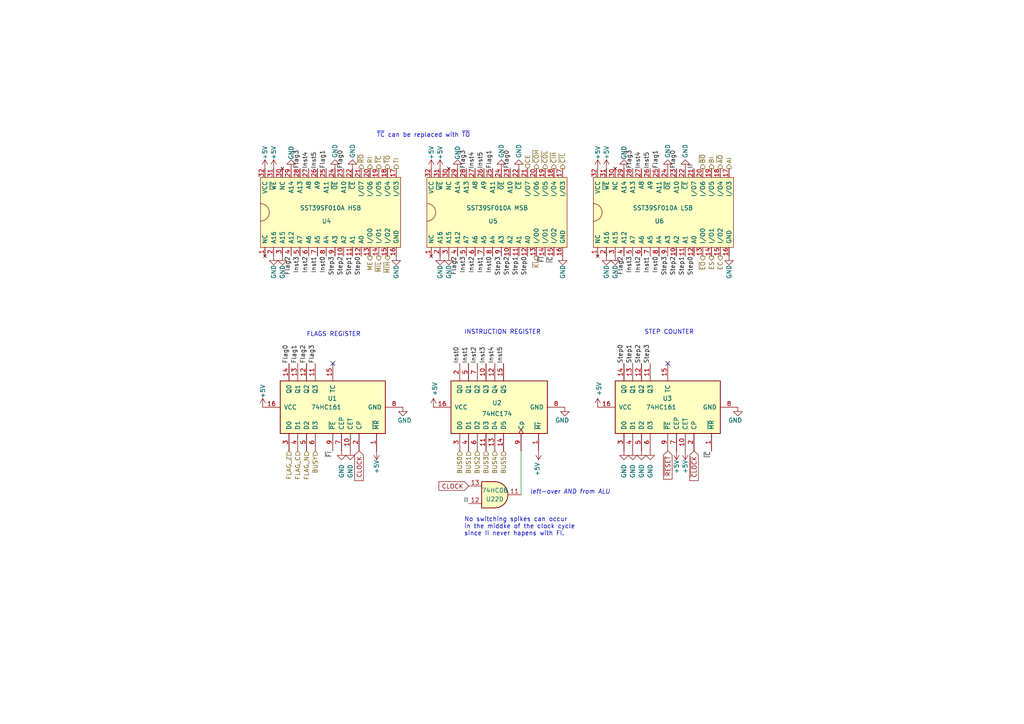
<source format=kicad_sch>
(kicad_sch (version 20211123) (generator eeschema)

  (uuid c18879d7-0c74-457d-a054-059a8a97e0ae)

  (paper "A4")

  (title_block
    (title "Control Logic")
    (date "2022-07-08")
    (rev "1.6.1")
    (comment 2 "creativecommons.org/licenses/by-nc-sa/3.0/deed.en")
    (comment 3 "License: CC BY-NC-SA 3.0")
    (comment 4 "Author: Carsten Herting (slu4)")
  )

  (lib_symbols
    (symbol "8-Bit CPU 32k:74HC08" (pin_names (offset 1.016)) (in_bom yes) (on_board yes)
      (property "Reference" "U" (id 0) (at 0 1.27 0)
        (effects (font (size 1.27 1.27)))
      )
      (property "Value" "74HC08" (id 1) (at 0 -1.27 0)
        (effects (font (size 1.27 1.27)))
      )
      (property "Footprint" "" (id 2) (at 0 0 0)
        (effects (font (size 1.27 1.27)) hide)
      )
      (property "Datasheet" "http://www.ti.com/lit/gpn/sn74LS08" (id 3) (at 0 0 0)
        (effects (font (size 1.27 1.27)) hide)
      )
      (property "ki_locked" "" (id 4) (at 0 0 0)
        (effects (font (size 1.27 1.27)))
      )
      (property "ki_keywords" "TTL and2" (id 5) (at 0 0 0)
        (effects (font (size 1.27 1.27)) hide)
      )
      (property "ki_description" "Quad And2" (id 6) (at 0 0 0)
        (effects (font (size 1.27 1.27)) hide)
      )
      (property "ki_fp_filters" "DIP*W7.62mm*" (id 7) (at 0 0 0)
        (effects (font (size 1.27 1.27)) hide)
      )
      (symbol "74HC08_1_1"
        (arc (start 0 -3.81) (mid 3.81 0) (end 0 3.81)
          (stroke (width 0.254) (type default) (color 0 0 0 0))
          (fill (type background))
        )
        (polyline
          (pts
            (xy 0 3.81)
            (xy -3.81 3.81)
            (xy -3.81 -3.81)
            (xy 0 -3.81)
          )
          (stroke (width 0.254) (type default) (color 0 0 0 0))
          (fill (type background))
        )
        (pin input line (at -7.62 2.54 0) (length 3.81)
          (name "~" (effects (font (size 1.27 1.27))))
          (number "1" (effects (font (size 1.27 1.27))))
        )
        (pin input line (at -7.62 -2.54 0) (length 3.81)
          (name "~" (effects (font (size 1.27 1.27))))
          (number "2" (effects (font (size 1.27 1.27))))
        )
        (pin output line (at 7.62 0 180) (length 3.81)
          (name "~" (effects (font (size 1.27 1.27))))
          (number "3" (effects (font (size 1.27 1.27))))
        )
      )
      (symbol "74HC08_1_2"
        (arc (start -3.81 -3.81) (mid -2.589 0) (end -3.81 3.81)
          (stroke (width 0.254) (type default) (color 0 0 0 0))
          (fill (type none))
        )
        (arc (start -0.6096 -3.81) (mid 2.1842 -2.5851) (end 3.81 0)
          (stroke (width 0.254) (type default) (color 0 0 0 0))
          (fill (type background))
        )
        (polyline
          (pts
            (xy -3.81 -3.81)
            (xy -0.635 -3.81)
          )
          (stroke (width 0.254) (type default) (color 0 0 0 0))
          (fill (type background))
        )
        (polyline
          (pts
            (xy -3.81 3.81)
            (xy -0.635 3.81)
          )
          (stroke (width 0.254) (type default) (color 0 0 0 0))
          (fill (type background))
        )
        (polyline
          (pts
            (xy -0.635 3.81)
            (xy -3.81 3.81)
            (xy -3.81 3.81)
            (xy -3.556 3.4036)
            (xy -3.0226 2.2606)
            (xy -2.6924 1.0414)
            (xy -2.6162 -0.254)
            (xy -2.7686 -1.4986)
            (xy -3.175 -2.7178)
            (xy -3.81 -3.81)
            (xy -3.81 -3.81)
            (xy -0.635 -3.81)
          )
          (stroke (width -25.4) (type default) (color 0 0 0 0))
          (fill (type background))
        )
        (arc (start 3.81 0) (mid 2.1915 2.5936) (end -0.6096 3.81)
          (stroke (width 0.254) (type default) (color 0 0 0 0))
          (fill (type background))
        )
        (pin input inverted (at -7.62 2.54 0) (length 4.318)
          (name "~" (effects (font (size 1.27 1.27))))
          (number "1" (effects (font (size 1.27 1.27))))
        )
        (pin input inverted (at -7.62 -2.54 0) (length 4.318)
          (name "~" (effects (font (size 1.27 1.27))))
          (number "2" (effects (font (size 1.27 1.27))))
        )
        (pin output inverted (at 7.62 0 180) (length 3.81)
          (name "~" (effects (font (size 1.27 1.27))))
          (number "3" (effects (font (size 1.27 1.27))))
        )
      )
      (symbol "74HC08_2_1"
        (arc (start 0 -3.81) (mid 3.81 0) (end 0 3.81)
          (stroke (width 0.254) (type default) (color 0 0 0 0))
          (fill (type background))
        )
        (polyline
          (pts
            (xy 0 3.81)
            (xy -3.81 3.81)
            (xy -3.81 -3.81)
            (xy 0 -3.81)
          )
          (stroke (width 0.254) (type default) (color 0 0 0 0))
          (fill (type background))
        )
        (pin input line (at -7.62 2.54 0) (length 3.81)
          (name "~" (effects (font (size 1.27 1.27))))
          (number "4" (effects (font (size 1.27 1.27))))
        )
        (pin input line (at -7.62 -2.54 0) (length 3.81)
          (name "~" (effects (font (size 1.27 1.27))))
          (number "5" (effects (font (size 1.27 1.27))))
        )
        (pin output line (at 7.62 0 180) (length 3.81)
          (name "~" (effects (font (size 1.27 1.27))))
          (number "6" (effects (font (size 1.27 1.27))))
        )
      )
      (symbol "74HC08_2_2"
        (arc (start -3.81 -3.81) (mid -2.589 0) (end -3.81 3.81)
          (stroke (width 0.254) (type default) (color 0 0 0 0))
          (fill (type none))
        )
        (arc (start -0.6096 -3.81) (mid 2.1842 -2.5851) (end 3.81 0)
          (stroke (width 0.254) (type default) (color 0 0 0 0))
          (fill (type background))
        )
        (polyline
          (pts
            (xy -3.81 -3.81)
            (xy -0.635 -3.81)
          )
          (stroke (width 0.254) (type default) (color 0 0 0 0))
          (fill (type background))
        )
        (polyline
          (pts
            (xy -3.81 3.81)
            (xy -0.635 3.81)
          )
          (stroke (width 0.254) (type default) (color 0 0 0 0))
          (fill (type background))
        )
        (polyline
          (pts
            (xy -0.635 3.81)
            (xy -3.81 3.81)
            (xy -3.81 3.81)
            (xy -3.556 3.4036)
            (xy -3.0226 2.2606)
            (xy -2.6924 1.0414)
            (xy -2.6162 -0.254)
            (xy -2.7686 -1.4986)
            (xy -3.175 -2.7178)
            (xy -3.81 -3.81)
            (xy -3.81 -3.81)
            (xy -0.635 -3.81)
          )
          (stroke (width -25.4) (type default) (color 0 0 0 0))
          (fill (type background))
        )
        (arc (start 3.81 0) (mid 2.1915 2.5936) (end -0.6096 3.81)
          (stroke (width 0.254) (type default) (color 0 0 0 0))
          (fill (type background))
        )
        (pin input inverted (at -7.62 2.54 0) (length 4.318)
          (name "~" (effects (font (size 1.27 1.27))))
          (number "4" (effects (font (size 1.27 1.27))))
        )
        (pin input inverted (at -7.62 -2.54 0) (length 4.318)
          (name "~" (effects (font (size 1.27 1.27))))
          (number "5" (effects (font (size 1.27 1.27))))
        )
        (pin output inverted (at 7.62 0 180) (length 3.81)
          (name "~" (effects (font (size 1.27 1.27))))
          (number "6" (effects (font (size 1.27 1.27))))
        )
      )
      (symbol "74HC08_3_1"
        (arc (start 0 -3.81) (mid 3.81 0) (end 0 3.81)
          (stroke (width 0.254) (type default) (color 0 0 0 0))
          (fill (type background))
        )
        (polyline
          (pts
            (xy 0 3.81)
            (xy -3.81 3.81)
            (xy -3.81 -3.81)
            (xy 0 -3.81)
          )
          (stroke (width 0.254) (type default) (color 0 0 0 0))
          (fill (type background))
        )
        (pin input line (at -7.62 -2.54 0) (length 3.81)
          (name "~" (effects (font (size 1.27 1.27))))
          (number "10" (effects (font (size 1.27 1.27))))
        )
        (pin output line (at 7.62 0 180) (length 3.81)
          (name "~" (effects (font (size 1.27 1.27))))
          (number "8" (effects (font (size 1.27 1.27))))
        )
        (pin input line (at -7.62 2.54 0) (length 3.81)
          (name "~" (effects (font (size 1.27 1.27))))
          (number "9" (effects (font (size 1.27 1.27))))
        )
      )
      (symbol "74HC08_3_2"
        (arc (start -3.81 -3.81) (mid -2.589 0) (end -3.81 3.81)
          (stroke (width 0.254) (type default) (color 0 0 0 0))
          (fill (type none))
        )
        (arc (start -0.6096 -3.81) (mid 2.1842 -2.5851) (end 3.81 0)
          (stroke (width 0.254) (type default) (color 0 0 0 0))
          (fill (type background))
        )
        (polyline
          (pts
            (xy -3.81 -3.81)
            (xy -0.635 -3.81)
          )
          (stroke (width 0.254) (type default) (color 0 0 0 0))
          (fill (type background))
        )
        (polyline
          (pts
            (xy -3.81 3.81)
            (xy -0.635 3.81)
          )
          (stroke (width 0.254) (type default) (color 0 0 0 0))
          (fill (type background))
        )
        (polyline
          (pts
            (xy -0.635 3.81)
            (xy -3.81 3.81)
            (xy -3.81 3.81)
            (xy -3.556 3.4036)
            (xy -3.0226 2.2606)
            (xy -2.6924 1.0414)
            (xy -2.6162 -0.254)
            (xy -2.7686 -1.4986)
            (xy -3.175 -2.7178)
            (xy -3.81 -3.81)
            (xy -3.81 -3.81)
            (xy -0.635 -3.81)
          )
          (stroke (width -25.4) (type default) (color 0 0 0 0))
          (fill (type background))
        )
        (arc (start 3.81 0) (mid 2.1915 2.5936) (end -0.6096 3.81)
          (stroke (width 0.254) (type default) (color 0 0 0 0))
          (fill (type background))
        )
        (pin input inverted (at -7.62 -2.54 0) (length 4.318)
          (name "~" (effects (font (size 1.27 1.27))))
          (number "10" (effects (font (size 1.27 1.27))))
        )
        (pin output inverted (at 7.62 0 180) (length 3.81)
          (name "~" (effects (font (size 1.27 1.27))))
          (number "8" (effects (font (size 1.27 1.27))))
        )
        (pin input inverted (at -7.62 2.54 0) (length 4.318)
          (name "~" (effects (font (size 1.27 1.27))))
          (number "9" (effects (font (size 1.27 1.27))))
        )
      )
      (symbol "74HC08_4_1"
        (arc (start 0 -3.81) (mid 3.81 0) (end 0 3.81)
          (stroke (width 0.254) (type default) (color 0 0 0 0))
          (fill (type background))
        )
        (polyline
          (pts
            (xy 0 3.81)
            (xy -3.81 3.81)
            (xy -3.81 -3.81)
            (xy 0 -3.81)
          )
          (stroke (width 0.254) (type default) (color 0 0 0 0))
          (fill (type background))
        )
        (pin output line (at 7.62 0 180) (length 3.81)
          (name "~" (effects (font (size 1.27 1.27))))
          (number "11" (effects (font (size 1.27 1.27))))
        )
        (pin input line (at -7.62 2.54 0) (length 3.81)
          (name "~" (effects (font (size 1.27 1.27))))
          (number "12" (effects (font (size 1.27 1.27))))
        )
        (pin input line (at -7.62 -2.54 0) (length 3.81)
          (name "~" (effects (font (size 1.27 1.27))))
          (number "13" (effects (font (size 1.27 1.27))))
        )
      )
      (symbol "74HC08_4_2"
        (arc (start -3.81 -3.81) (mid -2.589 0) (end -3.81 3.81)
          (stroke (width 0.254) (type default) (color 0 0 0 0))
          (fill (type none))
        )
        (arc (start -0.6096 -3.81) (mid 2.1842 -2.5851) (end 3.81 0)
          (stroke (width 0.254) (type default) (color 0 0 0 0))
          (fill (type background))
        )
        (polyline
          (pts
            (xy -3.81 -3.81)
            (xy -0.635 -3.81)
          )
          (stroke (width 0.254) (type default) (color 0 0 0 0))
          (fill (type background))
        )
        (polyline
          (pts
            (xy -3.81 3.81)
            (xy -0.635 3.81)
          )
          (stroke (width 0.254) (type default) (color 0 0 0 0))
          (fill (type background))
        )
        (polyline
          (pts
            (xy -0.635 3.81)
            (xy -3.81 3.81)
            (xy -3.81 3.81)
            (xy -3.556 3.4036)
            (xy -3.0226 2.2606)
            (xy -2.6924 1.0414)
            (xy -2.6162 -0.254)
            (xy -2.7686 -1.4986)
            (xy -3.175 -2.7178)
            (xy -3.81 -3.81)
            (xy -3.81 -3.81)
            (xy -0.635 -3.81)
          )
          (stroke (width -25.4) (type default) (color 0 0 0 0))
          (fill (type background))
        )
        (arc (start 3.81 0) (mid 2.1915 2.5936) (end -0.6096 3.81)
          (stroke (width 0.254) (type default) (color 0 0 0 0))
          (fill (type background))
        )
        (pin output inverted (at 7.62 0 180) (length 3.81)
          (name "~" (effects (font (size 1.27 1.27))))
          (number "11" (effects (font (size 1.27 1.27))))
        )
        (pin input inverted (at -7.62 2.54 0) (length 4.318)
          (name "~" (effects (font (size 1.27 1.27))))
          (number "12" (effects (font (size 1.27 1.27))))
        )
        (pin input inverted (at -7.62 -2.54 0) (length 4.318)
          (name "~" (effects (font (size 1.27 1.27))))
          (number "13" (effects (font (size 1.27 1.27))))
        )
      )
      (symbol "74HC08_5_0"
        (pin power_in line (at 0 12.7 270) (length 5.08)
          (name "VCC" (effects (font (size 1.27 1.27))))
          (number "14" (effects (font (size 1.27 1.27))))
        )
        (pin power_in line (at 0 -12.7 90) (length 5.08)
          (name "GND" (effects (font (size 1.27 1.27))))
          (number "7" (effects (font (size 1.27 1.27))))
        )
      )
      (symbol "74HC08_5_1"
        (rectangle (start -5.08 7.62) (end 5.08 -7.62)
          (stroke (width 0.254) (type default) (color 0 0 0 0))
          (fill (type background))
        )
      )
    )
    (symbol "8-Bit CPU 32k:74HC161" (pin_names (offset 1.016)) (in_bom yes) (on_board yes)
      (property "Reference" "U" (id 0) (at -7.62 16.51 0)
        (effects (font (size 1.27 1.27)))
      )
      (property "Value" "74HC161" (id 1) (at -7.62 -16.51 0)
        (effects (font (size 1.27 1.27)))
      )
      (property "Footprint" "" (id 2) (at 0 0 0)
        (effects (font (size 1.27 1.27)) hide)
      )
      (property "Datasheet" "http://www.ti.com/lit/gpn/sn74LS161" (id 3) (at 0 0 0)
        (effects (font (size 1.27 1.27)) hide)
      )
      (property "ki_locked" "" (id 4) (at 0 0 0)
        (effects (font (size 1.27 1.27)))
      )
      (property "ki_keywords" "TTL CNT CNT4" (id 5) (at 0 0 0)
        (effects (font (size 1.27 1.27)) hide)
      )
      (property "ki_description" "Synchronous 4-bit programmable binary Counter" (id 6) (at 0 0 0)
        (effects (font (size 1.27 1.27)) hide)
      )
      (property "ki_fp_filters" "DIP?16*" (id 7) (at 0 0 0)
        (effects (font (size 1.27 1.27)) hide)
      )
      (symbol "74HC161_1_0"
        (pin input line (at -12.7 -12.7 0) (length 5.08)
          (name "~{MR}" (effects (font (size 1.27 1.27))))
          (number "1" (effects (font (size 1.27 1.27))))
        )
        (pin input line (at -12.7 -5.08 0) (length 5.08)
          (name "CET" (effects (font (size 1.27 1.27))))
          (number "10" (effects (font (size 1.27 1.27))))
        )
        (pin output line (at 12.7 5.08 180) (length 5.08)
          (name "Q3" (effects (font (size 1.27 1.27))))
          (number "11" (effects (font (size 1.27 1.27))))
        )
        (pin output line (at 12.7 7.62 180) (length 5.08)
          (name "Q2" (effects (font (size 1.27 1.27))))
          (number "12" (effects (font (size 1.27 1.27))))
        )
        (pin output line (at 12.7 10.16 180) (length 5.08)
          (name "Q1" (effects (font (size 1.27 1.27))))
          (number "13" (effects (font (size 1.27 1.27))))
        )
        (pin output line (at 12.7 12.7 180) (length 5.08)
          (name "Q0" (effects (font (size 1.27 1.27))))
          (number "14" (effects (font (size 1.27 1.27))))
        )
        (pin output line (at 12.7 0 180) (length 5.08)
          (name "TC" (effects (font (size 1.27 1.27))))
          (number "15" (effects (font (size 1.27 1.27))))
        )
        (pin power_in line (at 0 20.32 270) (length 5.08)
          (name "VCC" (effects (font (size 1.27 1.27))))
          (number "16" (effects (font (size 1.27 1.27))))
        )
        (pin input line (at -12.7 -7.62 0) (length 5.08)
          (name "CP" (effects (font (size 1.27 1.27))))
          (number "2" (effects (font (size 1.27 1.27))))
        )
        (pin input line (at -12.7 12.7 0) (length 5.08)
          (name "D0" (effects (font (size 1.27 1.27))))
          (number "3" (effects (font (size 1.27 1.27))))
        )
        (pin input line (at -12.7 10.16 0) (length 5.08)
          (name "D1" (effects (font (size 1.27 1.27))))
          (number "4" (effects (font (size 1.27 1.27))))
        )
        (pin input line (at -12.7 7.62 0) (length 5.08)
          (name "D2" (effects (font (size 1.27 1.27))))
          (number "5" (effects (font (size 1.27 1.27))))
        )
        (pin input line (at -12.7 5.08 0) (length 5.08)
          (name "D3" (effects (font (size 1.27 1.27))))
          (number "6" (effects (font (size 1.27 1.27))))
        )
        (pin input line (at -12.7 -2.54 0) (length 5.08)
          (name "CEP" (effects (font (size 1.27 1.27))))
          (number "7" (effects (font (size 1.27 1.27))))
        )
        (pin power_in line (at 0 -20.32 90) (length 5.08)
          (name "GND" (effects (font (size 1.27 1.27))))
          (number "8" (effects (font (size 1.27 1.27))))
        )
        (pin input line (at -12.7 0 0) (length 5.08)
          (name "~{PE}" (effects (font (size 1.27 1.27))))
          (number "9" (effects (font (size 1.27 1.27))))
        )
      )
      (symbol "74HC161_1_1"
        (rectangle (start -7.62 15.24) (end 7.62 -15.24)
          (stroke (width 0.254) (type default) (color 0 0 0 0))
          (fill (type background))
        )
      )
    )
    (symbol "8-Bit CPU 32k:74HC174" (pin_names (offset 1.016)) (in_bom yes) (on_board yes)
      (property "Reference" "U" (id 0) (at -7.62 13.97 0)
        (effects (font (size 1.27 1.27)))
      )
      (property "Value" "74HC174" (id 1) (at -7.62 -16.51 0)
        (effects (font (size 1.27 1.27)))
      )
      (property "Footprint" "" (id 2) (at 0 0 0)
        (effects (font (size 1.27 1.27)) hide)
      )
      (property "Datasheet" "http://www.ti.com/lit/gpn/sn74LS174" (id 3) (at 0 0 0)
        (effects (font (size 1.27 1.27)) hide)
      )
      (property "ki_locked" "" (id 4) (at 0 0 0)
        (effects (font (size 1.27 1.27)))
      )
      (property "ki_keywords" "TTL REG REG6 DFF" (id 5) (at 0 0 0)
        (effects (font (size 1.27 1.27)) hide)
      )
      (property "ki_description" "Hex D-type Flip-Flop, reset" (id 6) (at 0 0 0)
        (effects (font (size 1.27 1.27)) hide)
      )
      (property "ki_fp_filters" "DIP?16*" (id 7) (at 0 0 0)
        (effects (font (size 1.27 1.27)) hide)
      )
      (symbol "74HC174_1_0"
        (pin input line (at -12.7 -12.7 0) (length 5.08)
          (name "~{Mr}" (effects (font (size 1.27 1.27))))
          (number "1" (effects (font (size 1.27 1.27))))
        )
        (pin output line (at 12.7 2.54 180) (length 5.08)
          (name "Q3" (effects (font (size 1.27 1.27))))
          (number "10" (effects (font (size 1.27 1.27))))
        )
        (pin input line (at -12.7 2.54 0) (length 5.08)
          (name "D3" (effects (font (size 1.27 1.27))))
          (number "11" (effects (font (size 1.27 1.27))))
        )
        (pin output line (at 12.7 0 180) (length 5.08)
          (name "Q4" (effects (font (size 1.27 1.27))))
          (number "12" (effects (font (size 1.27 1.27))))
        )
        (pin input line (at -12.7 0 0) (length 5.08)
          (name "D4" (effects (font (size 1.27 1.27))))
          (number "13" (effects (font (size 1.27 1.27))))
        )
        (pin input line (at -12.7 -2.54 0) (length 5.08)
          (name "D5" (effects (font (size 1.27 1.27))))
          (number "14" (effects (font (size 1.27 1.27))))
        )
        (pin output line (at 12.7 -2.54 180) (length 5.08)
          (name "Q5" (effects (font (size 1.27 1.27))))
          (number "15" (effects (font (size 1.27 1.27))))
        )
        (pin power_in line (at 0 17.78 270) (length 5.08)
          (name "VCC" (effects (font (size 1.27 1.27))))
          (number "16" (effects (font (size 1.27 1.27))))
        )
        (pin output line (at 12.7 10.16 180) (length 5.08)
          (name "Q0" (effects (font (size 1.27 1.27))))
          (number "2" (effects (font (size 1.27 1.27))))
        )
        (pin input line (at -12.7 10.16 0) (length 5.08)
          (name "D0" (effects (font (size 1.27 1.27))))
          (number "3" (effects (font (size 1.27 1.27))))
        )
        (pin input line (at -12.7 7.62 0) (length 5.08)
          (name "D1" (effects (font (size 1.27 1.27))))
          (number "4" (effects (font (size 1.27 1.27))))
        )
        (pin output line (at 12.7 7.62 180) (length 5.08)
          (name "Q1" (effects (font (size 1.27 1.27))))
          (number "5" (effects (font (size 1.27 1.27))))
        )
        (pin input line (at -12.7 5.08 0) (length 5.08)
          (name "D2" (effects (font (size 1.27 1.27))))
          (number "6" (effects (font (size 1.27 1.27))))
        )
        (pin output line (at 12.7 5.08 180) (length 5.08)
          (name "Q2" (effects (font (size 1.27 1.27))))
          (number "7" (effects (font (size 1.27 1.27))))
        )
        (pin power_in line (at 0 -20.32 90) (length 5.08)
          (name "GND" (effects (font (size 1.27 1.27))))
          (number "8" (effects (font (size 1.27 1.27))))
        )
        (pin input clock (at -12.7 -7.62 0) (length 5.08)
          (name "Cp" (effects (font (size 1.27 1.27))))
          (number "9" (effects (font (size 1.27 1.27))))
        )
      )
      (symbol "74HC174_1_1"
        (rectangle (start -7.62 12.7) (end 7.62 -15.24)
          (stroke (width 0.254) (type default) (color 0 0 0 0))
          (fill (type background))
        )
      )
    )
    (symbol "8-Bit CPU 32k:SST39SF010A" (pin_names (offset 1.016)) (in_bom yes) (on_board yes)
      (property "Reference" "U" (id 0) (at -1.27 2.54 90)
        (effects (font (size 1.27 1.27)))
      )
      (property "Value" "SST39SF010A" (id 1) (at 2.54 2.54 90)
        (effects (font (size 1.27 1.27)))
      )
      (property "Footprint" "" (id 2) (at 0 0 0)
        (effects (font (size 1.27 1.27)) hide)
      )
      (property "Datasheet" "" (id 3) (at 0 0 0)
        (effects (font (size 1.27 1.27)) hide)
      )
      (symbol "SST39SF010A_0_1"
        (rectangle (start -10.16 24.13) (end 10.16 -16.51)
          (stroke (width 0) (type default) (color 0 0 0 0))
          (fill (type background))
        )
        (arc (start -2.54 24.13) (mid 0 21.59) (end 2.54 24.13)
          (stroke (width 0) (type default) (color 0 0 0 0))
          (fill (type none))
        )
      )
      (symbol "SST39SF010A_1_1"
        (pin no_connect line (at -12.7 22.86 0) (length 2.54)
          (name "NC" (effects (font (size 1.27 1.27))))
          (number "1" (effects (font (size 1.27 1.27))))
        )
        (pin input line (at -12.7 0 0) (length 2.54)
          (name "A2" (effects (font (size 1.27 1.27))))
          (number "10" (effects (font (size 1.27 1.27))))
        )
        (pin input line (at -12.7 -2.54 0) (length 2.54)
          (name "A1" (effects (font (size 1.27 1.27))))
          (number "11" (effects (font (size 1.27 1.27))))
        )
        (pin input line (at -12.7 -5.08 0) (length 2.54)
          (name "A0" (effects (font (size 1.27 1.27))))
          (number "12" (effects (font (size 1.27 1.27))))
        )
        (pin bidirectional line (at -12.7 -7.62 0) (length 2.54)
          (name "I/O0" (effects (font (size 1.27 1.27))))
          (number "13" (effects (font (size 1.27 1.27))))
        )
        (pin bidirectional line (at -12.7 -10.16 0) (length 2.54)
          (name "I/O1" (effects (font (size 1.27 1.27))))
          (number "14" (effects (font (size 1.27 1.27))))
        )
        (pin bidirectional line (at -12.7 -12.7 0) (length 2.54)
          (name "I/O2" (effects (font (size 1.27 1.27))))
          (number "15" (effects (font (size 1.27 1.27))))
        )
        (pin power_in line (at -12.7 -15.24 0) (length 2.54)
          (name "GND" (effects (font (size 1.27 1.27))))
          (number "16" (effects (font (size 1.27 1.27))))
        )
        (pin bidirectional line (at 12.7 -15.24 180) (length 2.54)
          (name "I/O3" (effects (font (size 1.27 1.27))))
          (number "17" (effects (font (size 1.27 1.27))))
        )
        (pin bidirectional line (at 12.7 -12.7 180) (length 2.54)
          (name "I/O4" (effects (font (size 1.27 1.27))))
          (number "18" (effects (font (size 1.27 1.27))))
        )
        (pin bidirectional line (at 12.7 -10.16 180) (length 2.54)
          (name "I/O5" (effects (font (size 1.27 1.27))))
          (number "19" (effects (font (size 1.27 1.27))))
        )
        (pin input line (at -12.7 20.32 0) (length 2.54)
          (name "A16" (effects (font (size 1.27 1.27))))
          (number "2" (effects (font (size 1.27 1.27))))
        )
        (pin bidirectional line (at 12.7 -7.62 180) (length 2.54)
          (name "I/O6" (effects (font (size 1.27 1.27))))
          (number "20" (effects (font (size 1.27 1.27))))
        )
        (pin bidirectional line (at 12.7 -5.08 180) (length 2.54)
          (name "I/O7" (effects (font (size 1.27 1.27))))
          (number "21" (effects (font (size 1.27 1.27))))
        )
        (pin input line (at 12.7 -2.54 180) (length 2.54)
          (name "~{CE}" (effects (font (size 1.27 1.27))))
          (number "22" (effects (font (size 1.27 1.27))))
        )
        (pin input line (at 12.7 0 180) (length 2.54)
          (name "A10" (effects (font (size 1.27 1.27))))
          (number "23" (effects (font (size 1.27 1.27))))
        )
        (pin input line (at 12.7 2.54 180) (length 2.54)
          (name "~{OE}" (effects (font (size 1.27 1.27))))
          (number "24" (effects (font (size 1.27 1.27))))
        )
        (pin input line (at 12.7 5.08 180) (length 2.54)
          (name "A11" (effects (font (size 1.27 1.27))))
          (number "25" (effects (font (size 1.27 1.27))))
        )
        (pin input line (at 12.7 7.62 180) (length 2.54)
          (name "A9" (effects (font (size 1.27 1.27))))
          (number "26" (effects (font (size 1.27 1.27))))
        )
        (pin input line (at 12.7 10.16 180) (length 2.54)
          (name "A8" (effects (font (size 1.27 1.27))))
          (number "27" (effects (font (size 1.27 1.27))))
        )
        (pin input line (at 12.7 12.7 180) (length 2.54)
          (name "A13" (effects (font (size 1.27 1.27))))
          (number "28" (effects (font (size 1.27 1.27))))
        )
        (pin input line (at 12.7 15.24 180) (length 2.54)
          (name "A14" (effects (font (size 1.27 1.27))))
          (number "29" (effects (font (size 1.27 1.27))))
        )
        (pin input line (at -12.7 17.78 0) (length 2.54)
          (name "A15" (effects (font (size 1.27 1.27))))
          (number "3" (effects (font (size 1.27 1.27))))
        )
        (pin no_connect line (at 12.7 17.78 180) (length 2.54)
          (name "NC" (effects (font (size 1.27 1.27))))
          (number "30" (effects (font (size 1.27 1.27))))
        )
        (pin input line (at 12.7 20.32 180) (length 2.54)
          (name "~{WE}" (effects (font (size 1.27 1.27))))
          (number "31" (effects (font (size 1.27 1.27))))
        )
        (pin power_in line (at 12.7 22.86 180) (length 2.54)
          (name "VCC" (effects (font (size 1.27 1.27))))
          (number "32" (effects (font (size 1.27 1.27))))
        )
        (pin input line (at -12.7 15.24 0) (length 2.54)
          (name "A12" (effects (font (size 1.27 1.27))))
          (number "4" (effects (font (size 1.27 1.27))))
        )
        (pin input line (at -12.7 12.7 0) (length 2.54)
          (name "A7" (effects (font (size 1.27 1.27))))
          (number "5" (effects (font (size 1.27 1.27))))
        )
        (pin input line (at -12.7 10.16 0) (length 2.54)
          (name "A6" (effects (font (size 1.27 1.27))))
          (number "6" (effects (font (size 1.27 1.27))))
        )
        (pin input line (at -12.7 7.62 0) (length 2.54)
          (name "A5" (effects (font (size 1.27 1.27))))
          (number "7" (effects (font (size 1.27 1.27))))
        )
        (pin input line (at -12.7 5.08 0) (length 2.54)
          (name "A4" (effects (font (size 1.27 1.27))))
          (number "8" (effects (font (size 1.27 1.27))))
        )
        (pin input line (at -12.7 2.54 0) (length 2.54)
          (name "A3" (effects (font (size 1.27 1.27))))
          (number "9" (effects (font (size 1.27 1.27))))
        )
      )
    )
    (symbol "power:+5V" (power) (pin_names (offset 0)) (in_bom yes) (on_board yes)
      (property "Reference" "#PWR" (id 0) (at 0 -3.81 0)
        (effects (font (size 1.27 1.27)) hide)
      )
      (property "Value" "+5V" (id 1) (at 0 3.556 0)
        (effects (font (size 1.27 1.27)))
      )
      (property "Footprint" "" (id 2) (at 0 0 0)
        (effects (font (size 1.27 1.27)) hide)
      )
      (property "Datasheet" "" (id 3) (at 0 0 0)
        (effects (font (size 1.27 1.27)) hide)
      )
      (property "ki_keywords" "power-flag" (id 4) (at 0 0 0)
        (effects (font (size 1.27 1.27)) hide)
      )
      (property "ki_description" "Power symbol creates a global label with name \"+5V\"" (id 5) (at 0 0 0)
        (effects (font (size 1.27 1.27)) hide)
      )
      (symbol "+5V_0_1"
        (polyline
          (pts
            (xy -0.762 1.27)
            (xy 0 2.54)
          )
          (stroke (width 0) (type default) (color 0 0 0 0))
          (fill (type none))
        )
        (polyline
          (pts
            (xy 0 0)
            (xy 0 2.54)
          )
          (stroke (width 0) (type default) (color 0 0 0 0))
          (fill (type none))
        )
        (polyline
          (pts
            (xy 0 2.54)
            (xy 0.762 1.27)
          )
          (stroke (width 0) (type default) (color 0 0 0 0))
          (fill (type none))
        )
      )
      (symbol "+5V_1_1"
        (pin power_in line (at 0 0 90) (length 0) hide
          (name "+5V" (effects (font (size 1.27 1.27))))
          (number "1" (effects (font (size 1.27 1.27))))
        )
      )
    )
    (symbol "power:GND" (power) (pin_names (offset 0)) (in_bom yes) (on_board yes)
      (property "Reference" "#PWR" (id 0) (at 0 -6.35 0)
        (effects (font (size 1.27 1.27)) hide)
      )
      (property "Value" "GND" (id 1) (at 0 -3.81 0)
        (effects (font (size 1.27 1.27)))
      )
      (property "Footprint" "" (id 2) (at 0 0 0)
        (effects (font (size 1.27 1.27)) hide)
      )
      (property "Datasheet" "" (id 3) (at 0 0 0)
        (effects (font (size 1.27 1.27)) hide)
      )
      (property "ki_keywords" "power-flag" (id 4) (at 0 0 0)
        (effects (font (size 1.27 1.27)) hide)
      )
      (property "ki_description" "Power symbol creates a global label with name \"GND\" , ground" (id 5) (at 0 0 0)
        (effects (font (size 1.27 1.27)) hide)
      )
      (symbol "GND_0_1"
        (polyline
          (pts
            (xy 0 0)
            (xy 0 -1.27)
            (xy 1.27 -1.27)
            (xy 0 -2.54)
            (xy -1.27 -1.27)
            (xy 0 -1.27)
          )
          (stroke (width 0) (type default) (color 0 0 0 0))
          (fill (type none))
        )
      )
      (symbol "GND_1_1"
        (pin power_in line (at 0 0 270) (length 0) hide
          (name "GND" (effects (font (size 1.27 1.27))))
          (number "1" (effects (font (size 1.27 1.27))))
        )
      )
    )
  )


  (no_connect (at 96.52 105.41) (uuid 412d6706-4101-4bf8-9e9e-23f0aaeff49d))
  (no_connect (at 193.675 105.41) (uuid 9f4e8453-f6eb-4714-96ec-a72517d8df9f))

  (wire (pts (xy 151.13 130.81) (xy 151.13 143.51))
    (stroke (width 0) (type default) (color 0 0 0 0))
    (uuid 4526cfe3-5612-417d-b23d-78d07c89089f)
  )

  (text "FLAGS REGISTER" (at 88.9 97.79 0)
    (effects (font (size 1.27 1.27)) (justify left bottom))
    (uuid 1f794d15-f07a-4f72-8970-aa8eec1b136c)
  )
  (text "left-over AND from ALU" (at 153.67 143.51 0)
    (effects (font (size 1.27 1.27) italic) (justify left bottom))
    (uuid 8361c4e2-ce7e-4867-a854-36b4f094315f)
  )
  (text "INSTRUCTION REGISTER" (at 134.62 97.155 0)
    (effects (font (size 1.27 1.27)) (justify left bottom))
    (uuid a26ccca5-c014-4514-a956-893fd864e58a)
  )
  (text "STEP COUNTER" (at 201.295 97.155 180)
    (effects (font (size 1.27 1.27)) (justify right bottom))
    (uuid b4b16297-6030-413b-8f6b-192908356bda)
  )
  (text "~{TC} can be replaced with ~{TO}" (at 109.22 40.005 0)
    (effects (font (size 1.27 1.27)) (justify left bottom))
    (uuid e5471ae5-9291-44f6-ac69-6ca12b1175fa)
  )
  (text "No switching spikes can occur\nin the middke of the clock cycle\nsince II never hapens with FI."
    (at 134.62 155.575 0)
    (effects (font (size 1.27 1.27)) (justify left bottom))
    (uuid fcb473d9-c651-4b66-8d2b-ca1331886548)
  )

  (label "Flag3" (at 91.44 105.41 90)
    (effects (font (size 1.27 1.27)) (justify left bottom))
    (uuid 05d45861-276a-42d1-8ea8-56384ba2eed8)
  )
  (label "Step0" (at 104.775 74.295 270)
    (effects (font (size 1.27 1.27)) (justify right bottom))
    (uuid 0cb3be18-6108-49e5-ba5a-e3ffa09e04a5)
  )
  (label "Inst3" (at 135.255 74.295 270)
    (effects (font (size 1.27 1.27)) (justify right bottom))
    (uuid 0fbe005b-b864-4092-830a-e6dab3f5435b)
  )
  (label "Flag1" (at 86.36 105.41 90)
    (effects (font (size 1.27 1.27)) (justify left bottom))
    (uuid 1276a1e1-0697-4f0b-b829-ea7a4085d89f)
  )
  (label "Step1" (at 102.235 74.295 270)
    (effects (font (size 1.27 1.27)) (justify right bottom))
    (uuid 18323d8a-346a-47a7-9ec0-1acf066f5195)
  )
  (label "Inst5" (at 146.05 105.41 90)
    (effects (font (size 1.27 1.27)) (justify left bottom))
    (uuid 1a537ce9-ad0f-4c3a-8c9c-4d69d5fa816e)
  )
  (label "Step2" (at 147.955 74.295 270)
    (effects (font (size 1.27 1.27)) (justify right bottom))
    (uuid 1bcb8bdd-1bf6-43a1-a3a7-ed5f63689125)
  )
  (label "Inst2" (at 89.535 74.295 270)
    (effects (font (size 1.27 1.27)) (justify right bottom))
    (uuid 23b55ebf-f5e4-4a83-8138-132c6c4309d3)
  )
  (label "Flag3" (at 135.255 48.895 90)
    (effects (font (size 1.27 1.27)) (justify left bottom))
    (uuid 3398f515-819d-45b8-b750-b473776d639a)
  )
  (label "Step0" (at 153.035 74.295 270)
    (effects (font (size 1.27 1.27)) (justify right bottom))
    (uuid 37776227-9eee-488f-8e7c-617e091ebd57)
  )
  (label "Flag2" (at 84.455 74.295 270)
    (effects (font (size 1.27 1.27)) (justify right bottom))
    (uuid 38b793c4-d183-49a8-b64e-b0db03971012)
  )
  (label "Inst5" (at 188.595 48.895 90)
    (effects (font (size 1.27 1.27)) (justify left bottom))
    (uuid 39c1f4b3-da37-43e0-9f62-2e35ef7f6c54)
  )
  (label "Inst2" (at 186.055 74.295 270)
    (effects (font (size 1.27 1.27)) (justify right bottom))
    (uuid 453a77ff-ee9b-4d3e-b564-f133b31be85b)
  )
  (label "Inst1" (at 188.595 74.295 270)
    (effects (font (size 1.27 1.27)) (justify right bottom))
    (uuid 4ae99f6d-8c80-4526-8a99-ea7ffd363e8f)
  )
  (label "Step3" (at 145.415 74.295 270)
    (effects (font (size 1.27 1.27)) (justify right bottom))
    (uuid 4ec1b51a-72ff-4a25-ba70-e94a058d2dfe)
  )
  (label "Step2" (at 99.695 74.295 270)
    (effects (font (size 1.27 1.27)) (justify right bottom))
    (uuid 51d7e5a0-f026-4046-a757-082446a898a4)
  )
  (label "Flag0" (at 99.695 48.895 90)
    (effects (font (size 1.27 1.27)) (justify left bottom))
    (uuid 54146300-6396-499e-90de-295d3a22490b)
  )
  (label "Inst0" (at 142.875 74.295 270)
    (effects (font (size 1.27 1.27)) (justify right bottom))
    (uuid 5ded1a90-10cb-40c2-8a53-eef75ea5ca4d)
  )
  (label "Inst1" (at 140.335 74.295 270)
    (effects (font (size 1.27 1.27)) (justify right bottom))
    (uuid 61b2d37b-38a9-4149-895c-2f16ac5f970c)
  )
  (label "Inst5" (at 92.075 48.895 90)
    (effects (font (size 1.27 1.27)) (justify left bottom))
    (uuid 6eaf6328-04cf-4b35-a878-6ae15a7e629e)
  )
  (label "II" (at 201.295 48.895 90)
    (effects (font (size 1.27 1.27)) (justify left bottom))
    (uuid 6f1acfbb-baf0-40ae-9523-2d0f1f88e92a)
  )
  (label "Inst2" (at 138.43 105.41 90)
    (effects (font (size 1.27 1.27)) (justify left bottom))
    (uuid 7b3dfd06-db7b-4a64-a991-bdcea309a6fa)
  )
  (label "Flag0" (at 196.215 48.895 90)
    (effects (font (size 1.27 1.27)) (justify left bottom))
    (uuid 7e521a08-4c34-44f8-81d7-8ff4a1851d60)
  )
  (label "~{IC}" (at 160.655 74.295 270)
    (effects (font (size 1.27 1.27)) (justify right bottom))
    (uuid 7e9a4e02-364c-4a38-9a78-88e7bac49bbc)
  )
  (label "Step1" (at 183.515 105.41 90)
    (effects (font (size 1.27 1.27)) (justify left bottom))
    (uuid 7f85e937-6fd0-4d22-b1d9-2c5294fd0b77)
  )
  (label "Flag2" (at 88.9 105.41 90)
    (effects (font (size 1.27 1.27)) (justify left bottom))
    (uuid 8031fbdb-e937-4943-bf82-d225b99e354d)
  )
  (label "Inst4" (at 137.795 48.895 90)
    (effects (font (size 1.27 1.27)) (justify left bottom))
    (uuid 8366abbb-e808-4305-b81b-f113edb04b12)
  )
  (label "Flag0" (at 147.955 48.895 90)
    (effects (font (size 1.27 1.27)) (justify left bottom))
    (uuid 83fde48d-a9d6-4673-8096-ea217645f53f)
  )
  (label "Inst3" (at 140.97 105.41 90)
    (effects (font (size 1.27 1.27)) (justify left bottom))
    (uuid 8b59f863-2cc6-4713-8965-deb050b6880e)
  )
  (label "Flag1" (at 94.615 48.895 90)
    (effects (font (size 1.27 1.27)) (justify left bottom))
    (uuid 907d03a2-4ade-4942-bb35-876963265dd2)
  )
  (label "Inst2" (at 137.795 74.295 270)
    (effects (font (size 1.27 1.27)) (justify right bottom))
    (uuid 91d35a8b-e0eb-44c2-b606-0402f21a015d)
  )
  (label "Step0" (at 201.295 74.295 270)
    (effects (font (size 1.27 1.27)) (justify right bottom))
    (uuid 92ce7b31-5b43-418f-82f9-ccfd2c056c82)
  )
  (label "Step1" (at 198.755 74.295 270)
    (effects (font (size 1.27 1.27)) (justify right bottom))
    (uuid 9e2925c1-4ae9-438e-9e7f-10943b8ffd83)
  )
  (label "~{FI}" (at 96.52 130.81 270)
    (effects (font (size 1.27 1.27)) (justify right bottom))
    (uuid 9ea66a5a-df39-42da-8204-319f3bc91a1f)
  )
  (label "Inst3" (at 183.515 74.295 270)
    (effects (font (size 1.27 1.27)) (justify right bottom))
    (uuid a13ba82b-c756-456f-8927-34d2f7bfd0ca)
  )
  (label "Flag1" (at 191.135 48.895 90)
    (effects (font (size 1.27 1.27)) (justify left bottom))
    (uuid a7639367-796d-4f70-9329-d377755eebd3)
  )
  (label "Inst4" (at 143.51 105.41 90)
    (effects (font (size 1.27 1.27)) (justify left bottom))
    (uuid a99afe2d-52b3-4009-8682-f4b5d21ceab8)
  )
  (label "Flag3" (at 86.995 48.895 90)
    (effects (font (size 1.27 1.27)) (justify left bottom))
    (uuid ab8b1100-4e31-4a21-9094-c357ca88f9b5)
  )
  (label "Inst4" (at 186.055 48.895 90)
    (effects (font (size 1.27 1.27)) (justify left bottom))
    (uuid b088cb3b-856d-447d-91b5-158d41c887e8)
  )
  (label "Inst4" (at 89.535 48.895 90)
    (effects (font (size 1.27 1.27)) (justify left bottom))
    (uuid b2920963-3f1b-4503-8009-decb823599c0)
  )
  (label "Inst0" (at 133.35 105.41 90)
    (effects (font (size 1.27 1.27)) (justify left bottom))
    (uuid b29943c7-d065-4867-b9a8-94b4c9b1f4b8)
  )
  (label "II" (at 135.89 146.05 180)
    (effects (font (size 1.27 1.27)) (justify right bottom))
    (uuid b83d608e-93f7-4f8f-9306-7b46320bc549)
  )
  (label "Flag0" (at 83.82 105.41 90)
    (effects (font (size 1.27 1.27)) (justify left bottom))
    (uuid b9d5ddf6-2420-4999-ae9e-0eb372b1ed93)
  )
  (label "Step0" (at 180.975 105.41 90)
    (effects (font (size 1.27 1.27)) (justify left bottom))
    (uuid c08414c6-4b89-497d-ba27-efe70513f415)
  )
  (label "Inst5" (at 140.335 48.895 90)
    (effects (font (size 1.27 1.27)) (justify left bottom))
    (uuid cdf4d62b-d16b-4b50-9b84-04bc8f0ed6c5)
  )
  (label "Flag2" (at 180.975 74.295 270)
    (effects (font (size 1.27 1.27)) (justify right bottom))
    (uuid d0098f85-049b-4a1e-992e-3543561da5c2)
  )
  (label "Flag2" (at 132.715 74.295 270)
    (effects (font (size 1.27 1.27)) (justify right bottom))
    (uuid d7a4149e-66e2-4bac-97a0-4dd7d5f614c0)
  )
  (label "Step3" (at 193.675 74.295 270)
    (effects (font (size 1.27 1.27)) (justify right bottom))
    (uuid d89eb8ce-acc2-4f51-a494-256c34088c9a)
  )
  (label "Step3" (at 188.595 105.41 90)
    (effects (font (size 1.27 1.27)) (justify left bottom))
    (uuid dae7f161-3cab-4bb1-b50d-7e6402538099)
  )
  (label "~{FI}" (at 158.115 74.295 270)
    (effects (font (size 1.27 1.27)) (justify right bottom))
    (uuid dc4acac9-d9d1-4c3e-8e13-d26eef7b828b)
  )
  (label "Inst1" (at 135.89 105.41 90)
    (effects (font (size 1.27 1.27)) (justify left bottom))
    (uuid e0e1fced-55e8-43a7-ad9b-fc0cc6e55dc1)
  )
  (label "Inst0" (at 94.615 74.295 270)
    (effects (font (size 1.27 1.27)) (justify right bottom))
    (uuid e4ac7567-4d88-4478-83d8-34be5839a5c9)
  )
  (label "Inst3" (at 86.995 74.295 270)
    (effects (font (size 1.27 1.27)) (justify right bottom))
    (uuid e52f4f5f-f8b8-4278-846f-08fb0bf8e8b6)
  )
  (label "Step2" (at 186.055 105.41 90)
    (effects (font (size 1.27 1.27)) (justify left bottom))
    (uuid e7b59f0e-3d3e-4d8b-b755-c116729f6ad8)
  )
  (label "Step3" (at 97.155 74.295 270)
    (effects (font (size 1.27 1.27)) (justify right bottom))
    (uuid ecc8bf54-f584-400a-b66c-8e0c18b1d8dd)
  )
  (label "Inst0" (at 191.135 74.295 270)
    (effects (font (size 1.27 1.27)) (justify right bottom))
    (uuid f077ace1-091f-4630-90cf-f4f28c828e42)
  )
  (label "Step2" (at 196.215 74.295 270)
    (effects (font (size 1.27 1.27)) (justify right bottom))
    (uuid f0e79223-74da-47fb-9da8-56eb91f32ce0)
  )
  (label "Inst1" (at 92.075 74.295 270)
    (effects (font (size 1.27 1.27)) (justify right bottom))
    (uuid f3910057-b415-437a-9acc-5c4b40a2f656)
  )
  (label "Flag3" (at 183.515 48.895 90)
    (effects (font (size 1.27 1.27)) (justify left bottom))
    (uuid f6b0061e-ea5b-4501-8fb1-9664efc02820)
  )
  (label "~{IC}" (at 206.375 130.81 270)
    (effects (font (size 1.27 1.27)) (justify right bottom))
    (uuid f83de5f1-dc9c-41f4-b29d-23ec1ee1a48e)
  )
  (label "Flag1" (at 142.875 48.895 90)
    (effects (font (size 1.27 1.27)) (justify left bottom))
    (uuid f9c755df-4008-496b-9efc-813069ddcf41)
  )
  (label "Step1" (at 150.495 74.295 270)
    (effects (font (size 1.27 1.27)) (justify right bottom))
    (uuid feba31c3-fdf7-4c71-8748-0ee67f640535)
  )

  (global_label "~{RESET}" (shape input) (at 193.675 130.81 270) (fields_autoplaced)
    (effects (font (size 1.27 1.27)) (justify right))
    (uuid 18bd7d2a-46dd-49db-841d-bca93d2d6c39)
    (property "Intersheet References" "${INTERSHEET_REFS}" (id 0) (at 142.875 313.69 0)
      (effects (font (size 1.27 1.27)) (justify left) hide)
    )
  )
  (global_label "~{CLOCK}" (shape input) (at 201.295 130.81 270) (fields_autoplaced)
    (effects (font (size 1.27 1.27)) (justify right))
    (uuid 32510c5e-2a55-4c88-9643-8e5ae0b2869d)
    (property "Intersheet References" "${INTERSHEET_REFS}" (id 0) (at 201.3744 139.3028 90)
      (effects (font (size 1.27 1.27)) (justify right) hide)
    )
  )
  (global_label "CLOCK" (shape input) (at 135.89 140.97 180) (fields_autoplaced)
    (effects (font (size 1.27 1.27)) (justify right))
    (uuid 53cb2472-5ac4-4ba4-aba2-886d76dbbb2f)
    (property "Intersheet References" "${INTERSHEET_REFS}" (id 0) (at 127.3972 141.0494 0)
      (effects (font (size 1.27 1.27)) (justify right) hide)
    )
  )
  (global_label "CLOCK" (shape input) (at 104.14 130.81 270) (fields_autoplaced)
    (effects (font (size 1.27 1.27)) (justify right))
    (uuid ed829de0-25d7-4ad8-bded-e670ed7d4220)
    (property "Intersheet References" "${INTERSHEET_REFS}" (id 0) (at 154.94 184.15 0)
      (effects (font (size 1.27 1.27)) (justify left) hide)
    )
  )

  (hierarchical_label "~{AO}" (shape output) (at 208.915 48.895 90)
    (effects (font (size 1.27 1.27)) (justify left))
    (uuid 0468e42b-2b56-4546-acea-d7a834229433)
  )
  (hierarchical_label "BUS2" (shape input) (at 138.43 130.81 270)
    (effects (font (size 1.27 1.27)) (justify right))
    (uuid 06d789ca-6fd7-414b-a456-29428b810f10)
  )
  (hierarchical_label "BI" (shape output) (at 206.375 48.895 90)
    (effects (font (size 1.27 1.27)) (justify left))
    (uuid 0858f1da-6dcc-4e54-8d63-d286726bf2e8)
  )
  (hierarchical_label "BUS0" (shape input) (at 133.35 130.81 270)
    (effects (font (size 1.27 1.27)) (justify right))
    (uuid 12a15641-6317-4b39-aad1-6b0442ddb874)
  )
  (hierarchical_label "BUS4" (shape input) (at 143.51 130.81 270)
    (effects (font (size 1.27 1.27)) (justify right))
    (uuid 13f67aa8-d020-4dc1-9d94-b7be316f092f)
  )
  (hierarchical_label "FLAG_C" (shape input) (at 86.36 130.81 270)
    (effects (font (size 1.27 1.27)) (justify right))
    (uuid 1634f115-4db8-46d0-b4b1-fad6de136a99)
  )
  (hierarchical_label "~{CIH}" (shape output) (at 160.655 48.895 90)
    (effects (font (size 1.27 1.27)) (justify left))
    (uuid 17a2c138-b78c-4ef9-91cd-c0d7342c21ef)
  )
  (hierarchical_label "CE" (shape input) (at 153.035 48.895 90)
    (effects (font (size 1.27 1.27)) (justify left))
    (uuid 1802e0f3-5878-4db1-838e-bb4e32f332b1)
  )
  (hierarchical_label "TI" (shape output) (at 114.935 48.895 90)
    (effects (font (size 1.27 1.27)) (justify left))
    (uuid 1818a9d1-af27-464f-8136-28e89f34ccb5)
  )
  (hierarchical_label "~{EO}" (shape output) (at 203.835 74.295 270)
    (effects (font (size 1.27 1.27)) (justify right))
    (uuid 312a0624-5099-44be-bf9f-80e3a4423aee)
  )
  (hierarchical_label "FLAG_Z" (shape input) (at 83.82 130.81 270)
    (effects (font (size 1.27 1.27)) (justify right))
    (uuid 3982bb4d-78b9-4a4f-bd0d-20d41e39edf6)
  )
  (hierarchical_label "~{CIL}" (shape output) (at 163.195 48.895 90)
    (effects (font (size 1.27 1.27)) (justify left))
    (uuid 3ac0c9a6-740a-4bc3-8617-83a69188a655)
  )
  (hierarchical_label "BUS5" (shape input) (at 146.05 130.81 270)
    (effects (font (size 1.27 1.27)) (justify right))
    (uuid 517346fd-df41-485a-98bd-dd5584184787)
  )
  (hierarchical_label "~{MIH}" (shape output) (at 112.395 74.295 270)
    (effects (font (size 1.27 1.27)) (justify right))
    (uuid 637c0121-8f43-4fa9-bc97-9258aa31ee5a)
  )
  (hierarchical_label "~{KI}" (shape output) (at 155.575 74.295 270)
    (effects (font (size 1.27 1.27)) (justify right))
    (uuid 6d4b3cc6-17b5-4c5e-9de1-35e63066436f)
  )
  (hierarchical_label "BUSY" (shape input) (at 91.44 130.81 270)
    (effects (font (size 1.27 1.27)) (justify right))
    (uuid 71a7cea3-0e79-4992-b713-971720b73cf8)
  )
  (hierarchical_label "ES" (shape output) (at 206.375 74.295 270)
    (effects (font (size 1.27 1.27)) (justify right))
    (uuid 74321de8-fe1c-4217-af8b-f2668704e782)
  )
  (hierarchical_label "AI" (shape output) (at 211.455 48.895 90)
    (effects (font (size 1.27 1.27)) (justify left))
    (uuid 90f7ad8e-97de-4fac-a0a4-b563e8e5fb5b)
  )
  (hierarchical_label "EC" (shape output) (at 208.915 74.295 270)
    (effects (font (size 1.27 1.27)) (justify right))
    (uuid 970ba4ea-f0ab-4153-803a-f124021a35ae)
  )
  (hierarchical_label "FLAG_N" (shape input) (at 88.9 130.81 270)
    (effects (font (size 1.27 1.27)) (justify right))
    (uuid 9745d346-f08a-4e00-af7e-a8d52fb692f2)
  )
  (hierarchical_label "ME" (shape output) (at 107.315 74.295 270)
    (effects (font (size 1.27 1.27)) (justify right))
    (uuid 98a21899-afb0-4e63-b0f3-a5c7e1d89cf0)
  )
  (hierarchical_label "~{RO}" (shape output) (at 104.775 48.895 90)
    (effects (font (size 1.27 1.27)) (justify left))
    (uuid 9bad6959-c6c6-4282-993f-a135e4178a04)
  )
  (hierarchical_label "BUS1" (shape input) (at 135.89 130.81 270)
    (effects (font (size 1.27 1.27)) (justify right))
    (uuid b08018c9-a547-4893-a9f1-6914aa7ef592)
  )
  (hierarchical_label "~{COL}" (shape output) (at 158.115 48.895 90)
    (effects (font (size 1.27 1.27)) (justify left))
    (uuid b1d3601d-182d-4703-9134-fedda1da47bf)
  )
  (hierarchical_label "~{COH}" (shape output) (at 155.575 48.895 90)
    (effects (font (size 1.27 1.27)) (justify left))
    (uuid cdacd339-e856-44e8-b8ae-6c62608fd153)
  )
  (hierarchical_label "~{TO}" (shape output) (at 112.395 48.895 90)
    (effects (font (size 1.27 1.27)) (justify left))
    (uuid d85848a3-f71a-4d6a-aa96-09c1e14c3a73)
  )
  (hierarchical_label "BUS3" (shape input) (at 140.97 130.81 270)
    (effects (font (size 1.27 1.27)) (justify right))
    (uuid d9744edf-68d9-4b0d-b845-a1adfe3e0cc4)
  )
  (hierarchical_label "~{TC}" (shape output) (at 109.855 48.895 90)
    (effects (font (size 1.27 1.27)) (justify left))
    (uuid ec2b7d53-7772-4be8-b753-5600912b434a)
  )
  (hierarchical_label "RI" (shape output) (at 107.315 48.895 90)
    (effects (font (size 1.27 1.27)) (justify left))
    (uuid ed2dc778-3b85-4bb1-b3f9-37daa9832ad3)
  )
  (hierarchical_label "~{BO}" (shape output) (at 203.835 48.895 90)
    (effects (font (size 1.27 1.27)) (justify left))
    (uuid f5bc2043-fa0f-44e3-a240-b0825044deb4)
  )
  (hierarchical_label "~{MIL}" (shape output) (at 109.855 74.295 270)
    (effects (font (size 1.27 1.27)) (justify right))
    (uuid ff267eda-7729-4cbe-ad00-070e2e0f5210)
  )

  (symbol (lib_id "power:GND") (at 198.755 48.895 180) (unit 1)
    (in_bom yes) (on_board yes)
    (uuid 00000000-0000-0000-0000-00005f0344c4)
    (property "Reference" "#PWR090" (id 0) (at 198.755 42.545 0)
      (effects (font (size 1.27 1.27)) hide)
    )
    (property "Value" "GND" (id 1) (at 198.755 43.815 90))
    (property "Footprint" "" (id 2) (at 198.755 48.895 0)
      (effects (font (size 1.27 1.27)) hide)
    )
    (property "Datasheet" "" (id 3) (at 198.755 48.895 0)
      (effects (font (size 1.27 1.27)) hide)
    )
    (pin "1" (uuid c6be9549-962e-49df-9ba2-197bceb94893))
  )

  (symbol (lib_id "power:GND") (at 150.495 48.895 180) (unit 1)
    (in_bom yes) (on_board yes)
    (uuid 00000000-0000-0000-0000-00005f03518a)
    (property "Reference" "#PWR078" (id 0) (at 150.495 42.545 0)
      (effects (font (size 1.27 1.27)) hide)
    )
    (property "Value" "GND" (id 1) (at 150.495 43.815 90))
    (property "Footprint" "" (id 2) (at 150.495 48.895 0)
      (effects (font (size 1.27 1.27)) hide)
    )
    (property "Datasheet" "" (id 3) (at 150.495 48.895 0)
      (effects (font (size 1.27 1.27)) hide)
    )
    (pin "1" (uuid a9f94e22-6692-4cf2-a7b1-8a3243498a37))
  )

  (symbol (lib_id "8-Bit CPU 32k:74HC161") (at 193.675 118.11 90) (unit 1)
    (in_bom yes) (on_board yes)
    (uuid 00000000-0000-0000-0000-00005f109570)
    (property "Reference" "U3" (id 0) (at 194.945 115.57 90)
      (effects (font (size 1.27 1.27)) (justify left))
    )
    (property "Value" "74HC161" (id 1) (at 196.215 118.11 90)
      (effects (font (size 1.27 1.27)) (justify left))
    )
    (property "Footprint" "Package_DIP:DIP-16_W7.62mm" (id 2) (at 193.675 118.11 0)
      (effects (font (size 1.27 1.27)) hide)
    )
    (property "Datasheet" "http://www.ti.com/lit/gpn/sn74LS161" (id 3) (at 193.675 118.11 0)
      (effects (font (size 1.27 1.27)) hide)
    )
    (pin "1" (uuid 424df1eb-eefa-4880-8306-1ffcd2a4b074))
    (pin "10" (uuid 6b73696f-0eaf-4fc6-a878-1de562bfb353))
    (pin "11" (uuid 6116e158-b657-4070-ad32-6948b0f0f069))
    (pin "12" (uuid 6cc76de8-0ec0-4646-9563-8bb098aa9e52))
    (pin "13" (uuid 1a6684fd-ffbb-464a-b7a9-be225ce77c57))
    (pin "14" (uuid 2c32bfa7-81d9-450d-beb8-4b5c653b5b7f))
    (pin "15" (uuid 6d1610f4-a6ce-4a1d-a56c-75fe152deb16))
    (pin "16" (uuid 3033184b-1529-4aa6-a031-bf2b0551635e))
    (pin "2" (uuid 5de8479c-29cd-4a92-8bae-091004ceedf8))
    (pin "3" (uuid 296136f3-f0ea-41a0-8432-74372eaca410))
    (pin "4" (uuid 1e03ca2c-b1f4-45cb-a216-bce41a8974a3))
    (pin "5" (uuid 8fd5d2c5-95c7-45cb-aa2d-612fb417600d))
    (pin "6" (uuid 94d0542b-b742-4b7b-8997-936edaf3386a))
    (pin "7" (uuid 37a3cd37-eb28-43f4-bf53-c458289fb62e))
    (pin "8" (uuid f712f4f7-2808-4c17-80a5-4696b896c91b))
    (pin "9" (uuid 8a3f3587-b38c-4586-8c60-e2512f031730))
  )

  (symbol (lib_id "power:GND") (at 145.415 48.895 180) (unit 1)
    (in_bom yes) (on_board yes)
    (uuid 00000000-0000-0000-0000-00005f47098c)
    (property "Reference" "#PWR077" (id 0) (at 145.415 42.545 0)
      (effects (font (size 1.27 1.27)) hide)
    )
    (property "Value" "GND" (id 1) (at 145.415 43.815 90))
    (property "Footprint" "" (id 2) (at 145.415 48.895 0)
      (effects (font (size 1.27 1.27)) hide)
    )
    (property "Datasheet" "" (id 3) (at 145.415 48.895 0)
      (effects (font (size 1.27 1.27)) hide)
    )
    (pin "1" (uuid d3c7740e-beac-4c01-8cd4-9af1ee38d475))
  )

  (symbol (lib_id "power:GND") (at 193.675 48.895 180) (unit 1)
    (in_bom yes) (on_board yes)
    (uuid 00000000-0000-0000-0000-00005f470bd8)
    (property "Reference" "#PWR087" (id 0) (at 193.675 42.545 0)
      (effects (font (size 1.27 1.27)) hide)
    )
    (property "Value" "GND" (id 1) (at 193.675 43.815 90))
    (property "Footprint" "" (id 2) (at 193.675 48.895 0)
      (effects (font (size 1.27 1.27)) hide)
    )
    (property "Datasheet" "" (id 3) (at 193.675 48.895 0)
      (effects (font (size 1.27 1.27)) hide)
    )
    (pin "1" (uuid b545cac2-8371-4490-96e2-4fa03ae2681d))
  )

  (symbol (lib_id "power:GND") (at 116.84 118.11 0) (unit 1)
    (in_bom yes) (on_board yes)
    (uuid 00000000-0000-0000-0000-00005f9762e3)
    (property "Reference" "#PWR062" (id 0) (at 116.84 124.46 0)
      (effects (font (size 1.27 1.27)) hide)
    )
    (property "Value" "GND" (id 1) (at 119.38 121.92 0)
      (effects (font (size 1.27 1.27)) (justify right))
    )
    (property "Footprint" "" (id 2) (at 116.84 118.11 0)
      (effects (font (size 1.27 1.27)) hide)
    )
    (property "Datasheet" "" (id 3) (at 116.84 118.11 0)
      (effects (font (size 1.27 1.27)) hide)
    )
    (pin "1" (uuid 5a89f576-f062-4413-9e6b-90aff240d3f2))
  )

  (symbol (lib_id "power:+5V") (at 76.2 118.11 0) (unit 1)
    (in_bom yes) (on_board yes)
    (uuid 00000000-0000-0000-0000-00005f97666f)
    (property "Reference" "#PWR072" (id 0) (at 76.2 121.92 0)
      (effects (font (size 1.27 1.27)) hide)
    )
    (property "Value" "+5V" (id 1) (at 76.2 115.57 90)
      (effects (font (size 1.27 1.27)) (justify left))
    )
    (property "Footprint" "" (id 2) (at 76.2 118.11 0)
      (effects (font (size 1.27 1.27)) hide)
    )
    (property "Datasheet" "" (id 3) (at 76.2 118.11 0)
      (effects (font (size 1.27 1.27)) hide)
    )
    (pin "1" (uuid 49ba5b6d-82ab-46e4-a639-8f732b805d15))
  )

  (symbol (lib_id "power:+5V") (at 127.635 48.895 0) (unit 1)
    (in_bom yes) (on_board yes)
    (uuid 00000000-0000-0000-0000-00005fa1dad5)
    (property "Reference" "#PWR076" (id 0) (at 127.635 52.705 0)
      (effects (font (size 1.27 1.27)) hide)
    )
    (property "Value" "+5V" (id 1) (at 127.635 46.355 90)
      (effects (font (size 1.27 1.27)) (justify left))
    )
    (property "Footprint" "" (id 2) (at 127.635 48.895 0)
      (effects (font (size 1.27 1.27)) hide)
    )
    (property "Datasheet" "" (id 3) (at 127.635 48.895 0)
      (effects (font (size 1.27 1.27)) hide)
    )
    (pin "1" (uuid 60ba7953-073a-4b46-85dd-f9628c59b147))
  )

  (symbol (lib_id "power:+5V") (at 175.895 48.895 0) (unit 1)
    (in_bom yes) (on_board yes)
    (uuid 00000000-0000-0000-0000-00005fa1e152)
    (property "Reference" "#PWR083" (id 0) (at 175.895 52.705 0)
      (effects (font (size 1.27 1.27)) hide)
    )
    (property "Value" "+5V" (id 1) (at 175.895 46.355 90)
      (effects (font (size 1.27 1.27)) (justify left))
    )
    (property "Footprint" "" (id 2) (at 175.895 48.895 0)
      (effects (font (size 1.27 1.27)) hide)
    )
    (property "Datasheet" "" (id 3) (at 175.895 48.895 0)
      (effects (font (size 1.27 1.27)) hide)
    )
    (pin "1" (uuid 50fa6f55-d033-41dc-93fe-ab9bbda843dd))
  )

  (symbol (lib_id "power:GND") (at 211.455 74.295 0) (unit 1)
    (in_bom yes) (on_board yes)
    (uuid 00000000-0000-0000-0000-00005fa36417)
    (property "Reference" "#PWR093" (id 0) (at 211.455 80.645 0)
      (effects (font (size 1.27 1.27)) hide)
    )
    (property "Value" "GND" (id 1) (at 211.455 76.835 90)
      (effects (font (size 1.27 1.27)) (justify right))
    )
    (property "Footprint" "" (id 2) (at 211.455 74.295 0)
      (effects (font (size 1.27 1.27)) hide)
    )
    (property "Datasheet" "" (id 3) (at 211.455 74.295 0)
      (effects (font (size 1.27 1.27)) hide)
    )
    (pin "1" (uuid 40cc3afa-5403-40ad-b7bf-16ffdad2fb45))
  )

  (symbol (lib_id "power:GND") (at 213.995 118.11 0) (unit 1)
    (in_bom yes) (on_board yes)
    (uuid 00000000-0000-0000-0000-00005fa36b57)
    (property "Reference" "#PWR081" (id 0) (at 213.995 124.46 0)
      (effects (font (size 1.27 1.27)) hide)
    )
    (property "Value" "GND" (id 1) (at 215.265 121.92 0)
      (effects (font (size 1.27 1.27)) (justify right))
    )
    (property "Footprint" "" (id 2) (at 213.995 118.11 0)
      (effects (font (size 1.27 1.27)) hide)
    )
    (property "Datasheet" "" (id 3) (at 213.995 118.11 0)
      (effects (font (size 1.27 1.27)) hide)
    )
    (pin "1" (uuid 8c9e5138-44cd-4242-9928-7e9cc9a36013))
  )

  (symbol (lib_id "power:+5V") (at 173.355 118.11 0) (unit 1)
    (in_bom yes) (on_board yes)
    (uuid 00000000-0000-0000-0000-00005fa37491)
    (property "Reference" "#PWR092" (id 0) (at 173.355 121.92 0)
      (effects (font (size 1.27 1.27)) hide)
    )
    (property "Value" "+5V" (id 1) (at 173.736 114.8588 90)
      (effects (font (size 1.27 1.27)) (justify left))
    )
    (property "Footprint" "" (id 2) (at 173.355 118.11 0)
      (effects (font (size 1.27 1.27)) hide)
    )
    (property "Datasheet" "" (id 3) (at 173.355 118.11 0)
      (effects (font (size 1.27 1.27)) hide)
    )
    (pin "1" (uuid c5bfabc5-868b-4ef1-84aa-a9993950b371))
  )

  (symbol (lib_id "power:GND") (at 163.195 74.295 0) (unit 1)
    (in_bom yes) (on_board yes)
    (uuid 00000000-0000-0000-0000-00005fb90580)
    (property "Reference" "#PWR080" (id 0) (at 163.195 80.645 0)
      (effects (font (size 1.27 1.27)) hide)
    )
    (property "Value" "GND" (id 1) (at 163.195 76.835 90)
      (effects (font (size 1.27 1.27)) (justify right))
    )
    (property "Footprint" "" (id 2) (at 163.195 74.295 0)
      (effects (font (size 1.27 1.27)) hide)
    )
    (property "Datasheet" "" (id 3) (at 163.195 74.295 0)
      (effects (font (size 1.27 1.27)) hide)
    )
    (pin "1" (uuid 86434ee1-b115-47ed-ac48-4374c2bf58b0))
  )

  (symbol (lib_id "power:+5V") (at 196.215 130.81 180) (unit 1)
    (in_bom yes) (on_board yes)
    (uuid 00000000-0000-0000-0000-0000600133b6)
    (property "Reference" "#PWR085" (id 0) (at 196.215 127 0)
      (effects (font (size 1.27 1.27)) hide)
    )
    (property "Value" "+5V" (id 1) (at 196.215 133.35 90)
      (effects (font (size 1.27 1.27)) (justify left))
    )
    (property "Footprint" "" (id 2) (at 196.215 130.81 0)
      (effects (font (size 1.27 1.27)) hide)
    )
    (property "Datasheet" "" (id 3) (at 196.215 130.81 0)
      (effects (font (size 1.27 1.27)) hide)
    )
    (pin "1" (uuid 0e9acc7c-ddf3-43f5-8456-bb5dff294e45))
  )

  (symbol (lib_id "power:+5V") (at 198.755 130.81 180) (unit 1)
    (in_bom yes) (on_board yes)
    (uuid 00000000-0000-0000-0000-00006001360d)
    (property "Reference" "#PWR084" (id 0) (at 198.755 127 0)
      (effects (font (size 1.27 1.27)) hide)
    )
    (property "Value" "+5V" (id 1) (at 198.755 133.35 90)
      (effects (font (size 1.27 1.27)) (justify left))
    )
    (property "Footprint" "" (id 2) (at 198.755 130.81 0)
      (effects (font (size 1.27 1.27)) hide)
    )
    (property "Datasheet" "" (id 3) (at 198.755 130.81 0)
      (effects (font (size 1.27 1.27)) hide)
    )
    (pin "1" (uuid 8cdb3c71-432c-4901-9730-1c2d26282e38))
  )

  (symbol (lib_id "power:+5V") (at 125.095 48.895 0) (unit 1)
    (in_bom yes) (on_board yes)
    (uuid 00000000-0000-0000-0000-0000601d0e98)
    (property "Reference" "#PWR074" (id 0) (at 125.095 52.705 0)
      (effects (font (size 1.27 1.27)) hide)
    )
    (property "Value" "+5V" (id 1) (at 125.095 46.355 90)
      (effects (font (size 1.27 1.27)) (justify left))
    )
    (property "Footprint" "" (id 2) (at 125.095 48.895 0)
      (effects (font (size 1.27 1.27)) hide)
    )
    (property "Datasheet" "" (id 3) (at 125.095 48.895 0)
      (effects (font (size 1.27 1.27)) hide)
    )
    (pin "1" (uuid b483ee8c-9f2d-490b-be57-e2df202f6896))
  )

  (symbol (lib_id "power:+5V") (at 173.355 48.895 0) (unit 1)
    (in_bom yes) (on_board yes)
    (uuid 00000000-0000-0000-0000-0000601d13a7)
    (property "Reference" "#PWR082" (id 0) (at 173.355 52.705 0)
      (effects (font (size 1.27 1.27)) hide)
    )
    (property "Value" "+5V" (id 1) (at 173.355 46.355 90)
      (effects (font (size 1.27 1.27)) (justify left))
    )
    (property "Footprint" "" (id 2) (at 173.355 48.895 0)
      (effects (font (size 1.27 1.27)) hide)
    )
    (property "Datasheet" "" (id 3) (at 173.355 48.895 0)
      (effects (font (size 1.27 1.27)) hide)
    )
    (pin "1" (uuid c5612e31-12fb-4ab8-9ff5-691b37e0ffea))
  )

  (symbol (lib_id "power:GND") (at 101.6 130.81 0) (unit 1)
    (in_bom yes) (on_board yes)
    (uuid 14f5e456-1a5c-426c-b212-8e6fc7cdb32d)
    (property "Reference" "#PWR025" (id 0) (at 101.6 137.16 0)
      (effects (font (size 1.27 1.27)) hide)
    )
    (property "Value" "GND" (id 1) (at 101.6 134.62 90)
      (effects (font (size 1.27 1.27)) (justify right))
    )
    (property "Footprint" "" (id 2) (at 101.6 130.81 0)
      (effects (font (size 1.27 1.27)) hide)
    )
    (property "Datasheet" "" (id 3) (at 101.6 130.81 0)
      (effects (font (size 1.27 1.27)) hide)
    )
    (pin "1" (uuid 4a9d4ab3-be73-4dd6-886c-136e01459179))
  )

  (symbol (lib_id "power:GND") (at 114.935 74.295 0) (unit 1)
    (in_bom yes) (on_board yes)
    (uuid 1f8e2d7f-75c2-4dde-a7aa-0fdb478e5317)
    (property "Reference" "#PWR071" (id 0) (at 114.935 80.645 0)
      (effects (font (size 1.27 1.27)) hide)
    )
    (property "Value" "GND" (id 1) (at 114.935 76.835 90)
      (effects (font (size 1.27 1.27)) (justify right))
    )
    (property "Footprint" "" (id 2) (at 114.935 74.295 0)
      (effects (font (size 1.27 1.27)) hide)
    )
    (property "Datasheet" "" (id 3) (at 114.935 74.295 0)
      (effects (font (size 1.27 1.27)) hide)
    )
    (pin "1" (uuid 5fc19f06-c00d-471e-af26-19007fa58cae))
  )

  (symbol (lib_id "power:+5V") (at 79.375 48.895 0) (unit 1)
    (in_bom yes) (on_board yes)
    (uuid 240ac125-41dc-4958-bb42-c83cf513114c)
    (property "Reference" "#PWR066" (id 0) (at 79.375 52.705 0)
      (effects (font (size 1.27 1.27)) hide)
    )
    (property "Value" "+5V" (id 1) (at 79.375 46.355 90)
      (effects (font (size 1.27 1.27)) (justify left))
    )
    (property "Footprint" "" (id 2) (at 79.375 48.895 0)
      (effects (font (size 1.27 1.27)) hide)
    )
    (property "Datasheet" "" (id 3) (at 79.375 48.895 0)
      (effects (font (size 1.27 1.27)) hide)
    )
    (pin "1" (uuid a6e5ec74-3e8f-4501-a1a9-aa21ce28c801))
  )

  (symbol (lib_id "8-Bit CPU 32k:74HC08") (at 143.51 143.51 0) (mirror x) (unit 4)
    (in_bom yes) (on_board yes)
    (uuid 2b2a0a36-9c38-4d27-bf50-bd91718e49ea)
    (property "Reference" "U22" (id 0) (at 143.51 144.78 0))
    (property "Value" "74HC08" (id 1) (at 143.51 142.24 0))
    (property "Footprint" "Package_DIP:DIP-14_W7.62mm" (id 2) (at 143.51 143.51 0)
      (effects (font (size 1.27 1.27)) hide)
    )
    (property "Datasheet" "http://www.ti.com/lit/gpn/sn74LS08" (id 3) (at 143.51 143.51 0)
      (effects (font (size 1.27 1.27)) hide)
    )
    (pin "1" (uuid 3c9d6804-35d2-4103-9e41-89352cd90823))
    (pin "2" (uuid 9afc1658-b2b5-47b7-a4e1-85b309d2d2e3))
    (pin "3" (uuid 5508e563-7adf-4ce9-8869-557f67c4f470))
    (pin "4" (uuid f50a0ae2-0c08-4088-ad1c-482fc0afb987))
    (pin "5" (uuid e89463d6-70bb-42a3-aed3-97bd8fc89c01))
    (pin "6" (uuid 7bfdbe22-6f61-4ce9-b229-906e3509d71b))
    (pin "10" (uuid efc0bace-a414-44c6-9f5c-3b91a5a3afae))
    (pin "8" (uuid ea99bfcb-1ea3-40f2-9ec9-08b049d35420))
    (pin "9" (uuid d9471507-e787-4664-bef6-af148210974c))
    (pin "11" (uuid 6ddc207b-cb8f-4326-855e-903bdc0c18a9))
    (pin "12" (uuid 13056400-ec03-4a64-aa28-44d28fcc83c6))
    (pin "13" (uuid bb594840-cca4-49d6-8295-a20b641e04e3))
    (pin "14" (uuid 75eee2ce-953c-427a-9be2-7aa2f197da98))
    (pin "7" (uuid 81b9b29d-00e2-4f83-8e8f-50e36749f53d))
  )

  (symbol (lib_id "power:+5V") (at 109.22 130.81 180) (unit 1)
    (in_bom yes) (on_board yes)
    (uuid 3d4b028c-d0cc-4d13-8084-73a65f376cd7)
    (property "Reference" "#PWR065" (id 0) (at 109.22 127 0)
      (effects (font (size 1.27 1.27)) hide)
    )
    (property "Value" "+5V" (id 1) (at 109.22 133.35 90)
      (effects (font (size 1.27 1.27)) (justify left))
    )
    (property "Footprint" "" (id 2) (at 109.22 130.81 0)
      (effects (font (size 1.27 1.27)) hide)
    )
    (property "Datasheet" "" (id 3) (at 109.22 130.81 0)
      (effects (font (size 1.27 1.27)) hide)
    )
    (pin "1" (uuid dff66a50-baec-4e5a-ae07-06a6f50c38d3))
  )

  (symbol (lib_id "power:GND") (at 132.715 48.895 180) (unit 1)
    (in_bom yes) (on_board yes)
    (uuid 417a6981-f77b-4b44-aaae-b27b1bc42af4)
    (property "Reference" "#PWR036" (id 0) (at 132.715 42.545 0)
      (effects (font (size 1.27 1.27)) hide)
    )
    (property "Value" "GND" (id 1) (at 132.715 46.355 90)
      (effects (font (size 1.27 1.27)) (justify right))
    )
    (property "Footprint" "" (id 2) (at 132.715 48.895 0)
      (effects (font (size 1.27 1.27)) hide)
    )
    (property "Datasheet" "" (id 3) (at 132.715 48.895 0)
      (effects (font (size 1.27 1.27)) hide)
    )
    (pin "1" (uuid b2191d50-5bfb-4225-9855-378e21b68840))
  )

  (symbol (lib_id "power:GND") (at 130.175 74.295 0) (unit 1)
    (in_bom yes) (on_board yes)
    (uuid 45bc7b09-c38d-44e1-9751-3103d54470fb)
    (property "Reference" "#PWR0159" (id 0) (at 130.175 80.645 0)
      (effects (font (size 1.27 1.27)) hide)
    )
    (property "Value" "GND" (id 1) (at 130.175 76.835 90)
      (effects (font (size 1.27 1.27)) (justify right))
    )
    (property "Footprint" "" (id 2) (at 130.175 74.295 0)
      (effects (font (size 1.27 1.27)) hide)
    )
    (property "Datasheet" "" (id 3) (at 130.175 74.295 0)
      (effects (font (size 1.27 1.27)) hide)
    )
    (pin "1" (uuid ffe4f7ee-2750-4e7b-8f37-32da853b6d38))
  )

  (symbol (lib_id "8-Bit CPU 32k:74HC161") (at 96.52 118.11 90) (unit 1)
    (in_bom yes) (on_board yes)
    (uuid 4b503537-4db4-445f-8f4b-c4ae0e61a816)
    (property "Reference" "U1" (id 0) (at 97.79 115.57 90)
      (effects (font (size 1.27 1.27)) (justify left))
    )
    (property "Value" "74HC161" (id 1) (at 99.06 118.11 90)
      (effects (font (size 1.27 1.27)) (justify left))
    )
    (property "Footprint" "Package_DIP:DIP-16_W7.62mm" (id 2) (at 96.52 118.11 0)
      (effects (font (size 1.27 1.27)) hide)
    )
    (property "Datasheet" "http://www.ti.com/lit/gpn/sn74LS161" (id 3) (at 96.52 118.11 0)
      (effects (font (size 1.27 1.27)) hide)
    )
    (pin "1" (uuid 54934b71-15f3-41b4-84d0-bc1782c1e65a))
    (pin "10" (uuid dce3da74-17ad-4572-b50a-9db27c35164a))
    (pin "11" (uuid abf0b2dc-65cb-4104-b73d-b07e7c3bf3c9))
    (pin "12" (uuid 1b50b20c-4b5b-4181-9472-b6c63a7ada13))
    (pin "13" (uuid 415f29b2-664e-4df5-b69f-73828545a9d7))
    (pin "14" (uuid 796423f4-9feb-44d0-992f-bc41a5731325))
    (pin "15" (uuid 3f50fc33-65aa-48d5-a531-6a4dfb700efa))
    (pin "16" (uuid 2f3cae8a-f619-4f97-96fa-6288cc7e0d07))
    (pin "2" (uuid 9976cd41-3d87-4021-a181-fc642b9dcc92))
    (pin "3" (uuid 35410b32-d0bf-44d8-9aad-95a009232cf8))
    (pin "4" (uuid 9673053c-f99c-479b-9576-4bb8e7fe3a2c))
    (pin "5" (uuid f068db67-32d2-4c9e-9d05-f8855020214a))
    (pin "6" (uuid d73c3067-4d91-4799-86b9-2d3ad9558452))
    (pin "7" (uuid 4d079b0f-6d6b-44fd-a9b5-27495c27a5e1))
    (pin "8" (uuid 13acdd05-b8c8-40fc-900a-4f1b46456901))
    (pin "9" (uuid bf80b7d1-655b-4040-b782-118e3d4d3c08))
  )

  (symbol (lib_id "power:+5V") (at 76.835 48.895 0) (unit 1)
    (in_bom yes) (on_board yes)
    (uuid 4c366c96-7cc7-4820-aeba-44919c6559ee)
    (property "Reference" "#PWR064" (id 0) (at 76.835 52.705 0)
      (effects (font (size 1.27 1.27)) hide)
    )
    (property "Value" "+5V" (id 1) (at 76.835 46.355 90)
      (effects (font (size 1.27 1.27)) (justify left))
    )
    (property "Footprint" "" (id 2) (at 76.835 48.895 0)
      (effects (font (size 1.27 1.27)) hide)
    )
    (property "Datasheet" "" (id 3) (at 76.835 48.895 0)
      (effects (font (size 1.27 1.27)) hide)
    )
    (pin "1" (uuid 2a30c68f-5731-4b77-85cc-b50c9c0c9648))
  )

  (symbol (lib_id "power:GND") (at 97.155 48.895 180) (unit 1)
    (in_bom yes) (on_board yes)
    (uuid 56b07994-508b-4e93-812b-5bbe777947d9)
    (property "Reference" "#PWR069" (id 0) (at 97.155 42.545 0)
      (effects (font (size 1.27 1.27)) hide)
    )
    (property "Value" "GND" (id 1) (at 97.155 43.815 90))
    (property "Footprint" "" (id 2) (at 97.155 48.895 0)
      (effects (font (size 1.27 1.27)) hide)
    )
    (property "Datasheet" "" (id 3) (at 97.155 48.895 0)
      (effects (font (size 1.27 1.27)) hide)
    )
    (pin "1" (uuid 2c0e5757-dc69-4a1f-9f4e-8c24e526dec5))
  )

  (symbol (lib_id "power:GND") (at 127.635 74.295 0) (unit 1)
    (in_bom yes) (on_board yes)
    (uuid 64a88645-fa65-474a-b66d-03fc5f827d5e)
    (property "Reference" "#PWR0160" (id 0) (at 127.635 80.645 0)
      (effects (font (size 1.27 1.27)) hide)
    )
    (property "Value" "GND" (id 1) (at 127.635 76.835 90)
      (effects (font (size 1.27 1.27)) (justify right))
    )
    (property "Footprint" "" (id 2) (at 127.635 74.295 0)
      (effects (font (size 1.27 1.27)) hide)
    )
    (property "Datasheet" "" (id 3) (at 127.635 74.295 0)
      (effects (font (size 1.27 1.27)) hide)
    )
    (pin "1" (uuid 1ac8147f-fe5c-4174-ba90-d68e2d6ba2f6))
  )

  (symbol (lib_id "power:GND") (at 81.915 74.295 0) (unit 1)
    (in_bom yes) (on_board yes)
    (uuid 6ad24736-9dee-4d3a-a864-7471efd1d8b0)
    (property "Reference" "#PWR0163" (id 0) (at 81.915 80.645 0)
      (effects (font (size 1.27 1.27)) hide)
    )
    (property "Value" "GND" (id 1) (at 81.915 76.835 90)
      (effects (font (size 1.27 1.27)) (justify right))
    )
    (property "Footprint" "" (id 2) (at 81.915 74.295 0)
      (effects (font (size 1.27 1.27)) hide)
    )
    (property "Datasheet" "" (id 3) (at 81.915 74.295 0)
      (effects (font (size 1.27 1.27)) hide)
    )
    (pin "1" (uuid e849efb0-9ff3-4bf8-9d0a-472ae8cc4f76))
  )

  (symbol (lib_id "power:+5V") (at 125.73 118.11 0) (unit 1)
    (in_bom yes) (on_board yes)
    (uuid 6b3a3f8c-2531-46da-bd14-3a597391f734)
    (property "Reference" "#PWR061" (id 0) (at 125.73 121.92 0)
      (effects (font (size 1.27 1.27)) hide)
    )
    (property "Value" "+5V" (id 1) (at 126.111 114.8588 90)
      (effects (font (size 1.27 1.27)) (justify left))
    )
    (property "Footprint" "" (id 2) (at 125.73 118.11 0)
      (effects (font (size 1.27 1.27)) hide)
    )
    (property "Datasheet" "" (id 3) (at 125.73 118.11 0)
      (effects (font (size 1.27 1.27)) hide)
    )
    (pin "1" (uuid 97df5edb-56a2-460f-a2a3-bb6e09eaf2da))
  )

  (symbol (lib_id "8-Bit CPU 32k:74HC174") (at 143.51 118.11 90) (unit 1)
    (in_bom yes) (on_board yes)
    (uuid 6df527c9-ebd9-4bd6-9584-154c57fc2059)
    (property "Reference" "U2" (id 0) (at 144.145 116.84 90))
    (property "Value" "74HC174" (id 1) (at 144.145 120.015 90))
    (property "Footprint" "Package_DIP:DIP-16_W7.62mm" (id 2) (at 143.51 118.11 0)
      (effects (font (size 1.27 1.27)) hide)
    )
    (property "Datasheet" "http://www.ti.com/lit/gpn/sn74LS174" (id 3) (at 143.51 118.11 0)
      (effects (font (size 1.27 1.27)) hide)
    )
    (pin "1" (uuid e3d0cabc-1104-4686-8ca3-d34228ed0bfd))
    (pin "10" (uuid 75e98bf3-5dc1-4f1a-a5e0-0eadd1ad3f27))
    (pin "11" (uuid 61982315-27dc-4700-8522-73fd767b9b09))
    (pin "12" (uuid cd89d480-4ad6-4466-8cf8-cf9628c7349f))
    (pin "13" (uuid b64b6d73-4728-4548-b1e6-7455a97fe653))
    (pin "14" (uuid b81e1f67-3f77-4d8d-bacb-5df06ba9fc0a))
    (pin "15" (uuid 4a2ac5ac-e733-495b-9744-4788ec4cd821))
    (pin "16" (uuid 3be395eb-29d4-4628-8aaa-19d4e3847e06))
    (pin "2" (uuid 44a3e012-98ee-4258-9ed6-05eff3bd347a))
    (pin "3" (uuid 2ae7c00c-ebd5-40aa-8d4a-234ae7c09feb))
    (pin "4" (uuid 34267dae-2929-44c6-8d99-8207086c3298))
    (pin "5" (uuid dfc5fb6d-676f-4c78-9fee-a1450898ae92))
    (pin "6" (uuid 5c5d3f4d-3a87-4128-a859-2b7c31d027b7))
    (pin "7" (uuid 82f51cc3-1e9d-4f3e-898c-66c0c7dfa88c))
    (pin "8" (uuid 6b10af35-ad6b-4216-b6c8-1f86706bf57c))
    (pin "9" (uuid 65b532cb-fe23-4831-b244-35da343f1949))
  )

  (symbol (lib_id "power:GND") (at 178.435 74.295 0) (unit 1)
    (in_bom yes) (on_board yes)
    (uuid 7246af35-a022-460a-84a7-eb42d90c5b7a)
    (property "Reference" "#PWR0123" (id 0) (at 178.435 80.645 0)
      (effects (font (size 1.27 1.27)) hide)
    )
    (property "Value" "GND" (id 1) (at 178.435 76.835 90)
      (effects (font (size 1.27 1.27)) (justify right))
    )
    (property "Footprint" "" (id 2) (at 178.435 74.295 0)
      (effects (font (size 1.27 1.27)) hide)
    )
    (property "Datasheet" "" (id 3) (at 178.435 74.295 0)
      (effects (font (size 1.27 1.27)) hide)
    )
    (pin "1" (uuid 4f2c17a8-2a66-4275-8e55-3594b9d4b833))
  )

  (symbol (lib_id "power:GND") (at 188.595 130.81 0) (unit 1)
    (in_bom yes) (on_board yes)
    (uuid 769b4979-a560-4036-a1b3-324f042b998f)
    (property "Reference" "#PWR086" (id 0) (at 188.595 137.16 0)
      (effects (font (size 1.27 1.27)) hide)
    )
    (property "Value" "GND" (id 1) (at 188.595 134.62 90)
      (effects (font (size 1.27 1.27)) (justify right))
    )
    (property "Footprint" "" (id 2) (at 188.595 130.81 0)
      (effects (font (size 1.27 1.27)) hide)
    )
    (property "Datasheet" "" (id 3) (at 188.595 130.81 0)
      (effects (font (size 1.27 1.27)) hide)
    )
    (pin "1" (uuid 33331c22-0080-469e-b6d9-1b7c6972f718))
  )

  (symbol (lib_id "power:GND") (at 180.975 48.895 180) (unit 1)
    (in_bom yes) (on_board yes)
    (uuid 86e890f4-c8a2-4c48-92e6-617907c02da7)
    (property "Reference" "#PWR0121" (id 0) (at 180.975 42.545 0)
      (effects (font (size 1.27 1.27)) hide)
    )
    (property "Value" "GND" (id 1) (at 180.975 46.355 90)
      (effects (font (size 1.27 1.27)) (justify right))
    )
    (property "Footprint" "" (id 2) (at 180.975 48.895 0)
      (effects (font (size 1.27 1.27)) hide)
    )
    (property "Datasheet" "" (id 3) (at 180.975 48.895 0)
      (effects (font (size 1.27 1.27)) hide)
    )
    (pin "1" (uuid a7434016-6dce-4454-8d0a-bc4fd74786bf))
  )

  (symbol (lib_id "power:GND") (at 79.375 74.295 0) (unit 1)
    (in_bom yes) (on_board yes)
    (uuid 86f5ee3f-9998-4b33-918f-e99b0c3bb2f6)
    (property "Reference" "#PWR0164" (id 0) (at 79.375 80.645 0)
      (effects (font (size 1.27 1.27)) hide)
    )
    (property "Value" "GND" (id 1) (at 79.375 76.835 90)
      (effects (font (size 1.27 1.27)) (justify right))
    )
    (property "Footprint" "" (id 2) (at 79.375 74.295 0)
      (effects (font (size 1.27 1.27)) hide)
    )
    (property "Datasheet" "" (id 3) (at 79.375 74.295 0)
      (effects (font (size 1.27 1.27)) hide)
    )
    (pin "1" (uuid 15181ae0-c0d4-489d-9cf7-0ff036151c13))
  )

  (symbol (lib_id "power:GND") (at 163.83 118.11 0) (unit 1)
    (in_bom yes) (on_board yes)
    (uuid 8f42e833-413d-4415-94db-5f2f78e43edb)
    (property "Reference" "#PWR0169" (id 0) (at 163.83 124.46 0)
      (effects (font (size 1.27 1.27)) hide)
    )
    (property "Value" "GND" (id 1) (at 165.1 121.92 0)
      (effects (font (size 1.27 1.27)) (justify right))
    )
    (property "Footprint" "" (id 2) (at 163.83 118.11 0)
      (effects (font (size 1.27 1.27)) hide)
    )
    (property "Datasheet" "" (id 3) (at 163.83 118.11 0)
      (effects (font (size 1.27 1.27)) hide)
    )
    (pin "1" (uuid dafc0f60-8c24-475f-b808-7a5c68ed8171))
  )

  (symbol (lib_id "power:GND") (at 84.455 48.895 180) (unit 1)
    (in_bom yes) (on_board yes)
    (uuid 9f27fdca-198d-4bad-a792-a1b2ed991179)
    (property "Reference" "#PWR035" (id 0) (at 84.455 42.545 0)
      (effects (font (size 1.27 1.27)) hide)
    )
    (property "Value" "GND" (id 1) (at 84.455 46.355 90)
      (effects (font (size 1.27 1.27)) (justify right))
    )
    (property "Footprint" "" (id 2) (at 84.455 48.895 0)
      (effects (font (size 1.27 1.27)) hide)
    )
    (property "Datasheet" "" (id 3) (at 84.455 48.895 0)
      (effects (font (size 1.27 1.27)) hide)
    )
    (pin "1" (uuid 11a4f096-9fd8-4de6-af57-6a2989380acc))
  )

  (symbol (lib_id "power:GND") (at 186.055 130.81 0) (unit 1)
    (in_bom yes) (on_board yes)
    (uuid b041ba2a-c89c-4bf6-b6c9-3b2bd7acdb77)
    (property "Reference" "#PWR088" (id 0) (at 186.055 137.16 0)
      (effects (font (size 1.27 1.27)) hide)
    )
    (property "Value" "GND" (id 1) (at 186.055 134.62 90)
      (effects (font (size 1.27 1.27)) (justify right))
    )
    (property "Footprint" "" (id 2) (at 186.055 130.81 0)
      (effects (font (size 1.27 1.27)) hide)
    )
    (property "Datasheet" "" (id 3) (at 186.055 130.81 0)
      (effects (font (size 1.27 1.27)) hide)
    )
    (pin "1" (uuid 78bec07c-2d30-4483-87ed-bb78e08060eb))
  )

  (symbol (lib_id "power:GND") (at 183.515 130.81 0) (unit 1)
    (in_bom yes) (on_board yes)
    (uuid b294fe3c-50ca-4fb9-85cd-5befaafd81aa)
    (property "Reference" "#PWR089" (id 0) (at 183.515 137.16 0)
      (effects (font (size 1.27 1.27)) hide)
    )
    (property "Value" "GND" (id 1) (at 183.515 134.62 90)
      (effects (font (size 1.27 1.27)) (justify right))
    )
    (property "Footprint" "" (id 2) (at 183.515 130.81 0)
      (effects (font (size 1.27 1.27)) hide)
    )
    (property "Datasheet" "" (id 3) (at 183.515 130.81 0)
      (effects (font (size 1.27 1.27)) hide)
    )
    (pin "1" (uuid 76ecbab2-15c4-4fb9-9e6c-6930f2a878ca))
  )

  (symbol (lib_id "power:GND") (at 99.06 130.81 0) (unit 1)
    (in_bom yes) (on_board yes)
    (uuid cdd034fe-ffed-44b3-b81e-41d7c3f982b0)
    (property "Reference" "#PWR024" (id 0) (at 99.06 137.16 0)
      (effects (font (size 1.27 1.27)) hide)
    )
    (property "Value" "GND" (id 1) (at 99.06 134.62 90)
      (effects (font (size 1.27 1.27)) (justify right))
    )
    (property "Footprint" "" (id 2) (at 99.06 130.81 0)
      (effects (font (size 1.27 1.27)) hide)
    )
    (property "Datasheet" "" (id 3) (at 99.06 130.81 0)
      (effects (font (size 1.27 1.27)) hide)
    )
    (pin "1" (uuid c01dcaf2-9770-4bbf-8059-26c92e18d0d1))
  )

  (symbol (lib_id "8-Bit CPU 32k:SST39SF010A") (at 99.695 61.595 90) (unit 1)
    (in_bom yes) (on_board yes)
    (uuid d3916fcb-90dc-4927-8520-6ac9afa3c9d6)
    (property "Reference" "U4" (id 0) (at 93.345 64.135 90)
      (effects (font (size 1.27 1.27)) (justify right))
    )
    (property "Value" "SST39SF010A HSB" (id 1) (at 86.995 60.325 90)
      (effects (font (size 1.27 1.27)) (justify right))
    )
    (property "Footprint" "Package_DIP:DIP-32_W15.24mm_Socket" (id 2) (at 99.695 61.595 0)
      (effects (font (size 1.27 1.27)) hide)
    )
    (property "Datasheet" "" (id 3) (at 99.695 61.595 0)
      (effects (font (size 1.27 1.27)) hide)
    )
    (pin "1" (uuid 6037acfb-07fc-49ef-9818-73b329a15d6e))
    (pin "10" (uuid a77b4ff1-0328-4a20-93dc-228c4e658623))
    (pin "11" (uuid b39deb14-e817-4cbd-aeab-9bb1b2003587))
    (pin "12" (uuid 52802a17-130b-446b-bbf7-4208d125ccbe))
    (pin "13" (uuid 2c9f7450-13dd-4b35-a2c4-d9b9b5c86403))
    (pin "14" (uuid e45f09fe-0ff4-4e92-9c30-8f7daee8ad65))
    (pin "15" (uuid 32db7d80-8237-47d9-a405-32e865acdf3a))
    (pin "16" (uuid b66e5588-74f3-437e-8964-7dca95c0edcf))
    (pin "17" (uuid 3e563f11-11e6-4ac8-8db4-30c62cf86259))
    (pin "18" (uuid 57119300-db5f-44c3-8a2f-e6b083ee6f34))
    (pin "19" (uuid 35a3e183-c107-4a2e-8311-069cbe948188))
    (pin "2" (uuid c7cf2a90-c366-491d-a903-94bd6f24fb93))
    (pin "20" (uuid 62d090b6-3d9c-40dc-bd73-802b0419d789))
    (pin "21" (uuid d866bc30-da34-42df-95ec-39a45376ecf1))
    (pin "22" (uuid 2195eda6-0e74-49e9-a947-37e48f228d60))
    (pin "23" (uuid 8465035f-e0de-423c-844f-7ed0c052b8e5))
    (pin "24" (uuid fa34b9f3-8466-4bba-85c7-c69d3640ac6e))
    (pin "25" (uuid ecf0216c-4f1a-4565-a756-4d40cc76d8c4))
    (pin "26" (uuid 3af51c63-0211-48c6-83d9-27aab998849f))
    (pin "27" (uuid 3f8fb57a-26fe-4456-807c-f3e00af88eb6))
    (pin "28" (uuid eec03316-05ff-4efe-8df5-be10937511f8))
    (pin "29" (uuid 7b772c12-446d-4074-9f42-cac395810908))
    (pin "3" (uuid b826a0f4-2290-4795-b082-cf6472e79fe2))
    (pin "30" (uuid b356410e-b57a-4157-a3bf-b5bd2417cb16))
    (pin "31" (uuid 76724746-b818-4c92-b6ad-b0f0672e6f00))
    (pin "32" (uuid 3f5f07cc-54d6-4df6-8f7b-58a1993f93ce))
    (pin "4" (uuid 94abba96-c8c8-4e47-b029-0399314261d2))
    (pin "5" (uuid 7c7bd521-aab2-4fc0-b1f2-e1cb9b2a4a3c))
    (pin "6" (uuid ea19f56f-6e11-4489-8e3b-44ce1890f1bd))
    (pin "7" (uuid 632902cf-c993-4373-b53d-cee837456f41))
    (pin "8" (uuid 5888fba9-4fe0-4ea4-bc29-a0c848b870f9))
    (pin "9" (uuid 96769869-fdf6-40c0-b2d6-7dd4131720b4))
  )

  (symbol (lib_id "8-Bit CPU 32k:SST39SF010A") (at 147.955 61.595 90) (unit 1)
    (in_bom yes) (on_board yes)
    (uuid d7b14594-b6b5-47ea-973e-614b9631efa8)
    (property "Reference" "U5" (id 0) (at 141.605 64.135 90)
      (effects (font (size 1.27 1.27)) (justify right))
    )
    (property "Value" "SST39SF010A MSB" (id 1) (at 135.255 60.325 90)
      (effects (font (size 1.27 1.27)) (justify right))
    )
    (property "Footprint" "Package_DIP:DIP-32_W15.24mm_Socket" (id 2) (at 147.955 61.595 0)
      (effects (font (size 1.27 1.27)) hide)
    )
    (property "Datasheet" "" (id 3) (at 147.955 61.595 0)
      (effects (font (size 1.27 1.27)) hide)
    )
    (pin "1" (uuid 93f3467a-e57c-44a1-942c-a366b91ff5b8))
    (pin "10" (uuid d3298719-e9a4-4558-b708-91c7db442c83))
    (pin "11" (uuid ac7f3707-9340-4b00-b8b1-f4dc4cffc069))
    (pin "12" (uuid c527d9d0-7d58-4cca-8006-0477796cb89a))
    (pin "13" (uuid 5ce2dd41-89cb-42e4-ab01-53411295e360))
    (pin "14" (uuid f1339def-7f31-4b30-9ab2-0b402e6f2853))
    (pin "15" (uuid a1e8bd86-f293-47a0-b229-e108fba38eac))
    (pin "16" (uuid cf874afe-749d-4603-9144-36e36c85e4ea))
    (pin "17" (uuid 6fb6c69b-d433-4cc8-8664-ee45a4353e48))
    (pin "18" (uuid 30653a9d-6cd4-409b-959f-a98df811c7f6))
    (pin "19" (uuid d9476b16-4bfb-47a0-9691-509205d8a343))
    (pin "2" (uuid cc802d32-f31b-4274-8e5d-f305e9b4a5c4))
    (pin "20" (uuid 16b50143-03ba-4766-8799-7d7ee97153c5))
    (pin "21" (uuid 9031ee6c-1de5-4428-89ac-5c826e07e7c2))
    (pin "22" (uuid ca3e3784-534c-44af-9782-de729ac5feda))
    (pin "23" (uuid 6b7d81f2-e155-4be0-ba3a-3c4c9498e677))
    (pin "24" (uuid 498d5a47-cd1b-494f-b4a2-3df6f418662e))
    (pin "25" (uuid 4e21665f-4daa-4a8f-9059-16e80c7424cb))
    (pin "26" (uuid fd752ac4-3746-4f6b-a90a-09be80a6e149))
    (pin "27" (uuid e17bac06-8e0a-4e9c-ae09-c07c3523ba6e))
    (pin "28" (uuid 7e857c43-5ee7-456a-8175-ff880f727bd4))
    (pin "29" (uuid cd6e2b78-92e9-45ca-86bb-23e105870d55))
    (pin "3" (uuid dedea6d6-e4a9-434b-9006-20bb9eaf81e1))
    (pin "30" (uuid 0c703b17-53f0-4dd6-9cb1-2f740e97719d))
    (pin "31" (uuid 7972af00-0537-472b-a292-c461847dec26))
    (pin "32" (uuid ddb7f448-79c6-40cf-b79d-9b2b4e6ae1f9))
    (pin "4" (uuid 26c26e80-bd9f-4f38-8e37-f6deb1d2280e))
    (pin "5" (uuid d46a546b-c1d5-4105-bf97-e30818ad7fa1))
    (pin "6" (uuid a3110628-e774-4743-a755-85b49710ab23))
    (pin "7" (uuid 0afece08-b784-4e41-b37c-5e91d2273075))
    (pin "8" (uuid 98a44d30-855d-467d-a392-122f385e0abd))
    (pin "9" (uuid abbe3968-6764-4b33-9753-524e3f6d4280))
  )

  (symbol (lib_id "power:GND") (at 102.235 48.895 180) (unit 1)
    (in_bom yes) (on_board yes)
    (uuid ddc6951e-515c-493f-b705-eda3530a1534)
    (property "Reference" "#PWR070" (id 0) (at 102.235 42.545 0)
      (effects (font (size 1.27 1.27)) hide)
    )
    (property "Value" "GND" (id 1) (at 102.235 43.815 90))
    (property "Footprint" "" (id 2) (at 102.235 48.895 0)
      (effects (font (size 1.27 1.27)) hide)
    )
    (property "Datasheet" "" (id 3) (at 102.235 48.895 0)
      (effects (font (size 1.27 1.27)) hide)
    )
    (pin "1" (uuid 0f699f87-9515-4813-a392-814709638753))
  )

  (symbol (lib_id "power:GND") (at 180.975 130.81 0) (unit 1)
    (in_bom yes) (on_board yes)
    (uuid e63cfee0-dfa1-4433-9ebe-e1f8e2a7c2ac)
    (property "Reference" "#PWR091" (id 0) (at 180.975 137.16 0)
      (effects (font (size 1.27 1.27)) hide)
    )
    (property "Value" "GND" (id 1) (at 180.975 134.62 90)
      (effects (font (size 1.27 1.27)) (justify right))
    )
    (property "Footprint" "" (id 2) (at 180.975 130.81 0)
      (effects (font (size 1.27 1.27)) hide)
    )
    (property "Datasheet" "" (id 3) (at 180.975 130.81 0)
      (effects (font (size 1.27 1.27)) hide)
    )
    (pin "1" (uuid 93917505-e3c1-404a-9126-98b1f956ad52))
  )

  (symbol (lib_id "power:+5V") (at 156.21 130.81 180) (unit 1)
    (in_bom yes) (on_board yes)
    (uuid f0046454-156e-41b5-b478-4e8c7cdce946)
    (property "Reference" "#PWR09" (id 0) (at 156.21 127 0)
      (effects (font (size 1.27 1.27)) hide)
    )
    (property "Value" "+5V" (id 1) (at 155.829 134.0612 90)
      (effects (font (size 1.27 1.27)) (justify left))
    )
    (property "Footprint" "" (id 2) (at 156.21 130.81 0)
      (effects (font (size 1.27 1.27)) hide)
    )
    (property "Datasheet" "" (id 3) (at 156.21 130.81 0)
      (effects (font (size 1.27 1.27)) hide)
    )
    (pin "1" (uuid f37e8105-b8f7-48f9-81c7-d6073397a159))
  )

  (symbol (lib_id "8-Bit CPU 32k:SST39SF010A") (at 196.215 61.595 90) (unit 1)
    (in_bom yes) (on_board yes)
    (uuid fe3f6398-44a1-48c2-abc7-65761356ea37)
    (property "Reference" "U6" (id 0) (at 189.865 64.135 90)
      (effects (font (size 1.27 1.27)) (justify right))
    )
    (property "Value" "SST39SF010A LSB" (id 1) (at 183.515 60.325 90)
      (effects (font (size 1.27 1.27)) (justify right))
    )
    (property "Footprint" "Package_DIP:DIP-32_W15.24mm_Socket" (id 2) (at 196.215 61.595 0)
      (effects (font (size 1.27 1.27)) hide)
    )
    (property "Datasheet" "" (id 3) (at 196.215 61.595 0)
      (effects (font (size 1.27 1.27)) hide)
    )
    (pin "1" (uuid e2bc2a48-6b27-4995-ad01-dbb59fc0d1f4))
    (pin "10" (uuid 3532f009-ceea-46a5-98e4-564a407ff4a3))
    (pin "11" (uuid bfd79a73-8f17-4b8c-a5ae-5958d10587d8))
    (pin "12" (uuid 6278fa79-70d0-4d9c-b860-85c42124e621))
    (pin "13" (uuid 38d0c33e-1536-4fb2-b708-5c0b5104fe54))
    (pin "14" (uuid b6ca4493-224f-4c5e-b2c6-421ac14505eb))
    (pin "15" (uuid 37515527-c5e8-40b6-924c-e24959f12721))
    (pin "16" (uuid da003bab-2937-41df-ad0e-0b52f7897ef7))
    (pin "17" (uuid af400587-3e04-46dd-9b89-12290f9673ca))
    (pin "18" (uuid cf39098a-2a54-4cca-b115-27fb5eebaac8))
    (pin "19" (uuid 5c6015dd-cd29-4fd8-8975-83241af41759))
    (pin "2" (uuid 46099b30-a4c7-4cf3-97c7-b63ac2934ff1))
    (pin "20" (uuid 2563ec76-e094-4deb-8fdd-7448d18ab18a))
    (pin "21" (uuid a7a43bbc-73ca-4b02-b3c6-5349352348fd))
    (pin "22" (uuid 838d05f8-c710-49b3-a1d4-a76e58b659ff))
    (pin "23" (uuid cadcfab6-0b4b-4103-9253-646845c138ed))
    (pin "24" (uuid a8e57814-3129-40c5-8e55-283a3ab83dc3))
    (pin "25" (uuid 0c98fd8b-f981-436a-a964-82030a3b12fc))
    (pin "26" (uuid 229171dd-1ec5-46b8-940c-9323d4a16027))
    (pin "27" (uuid 99504de6-c656-40af-a8c0-573f27ebabff))
    (pin "28" (uuid 02c5cabf-b353-4676-b009-02ad6f8f0b70))
    (pin "29" (uuid 60afc19f-dd31-4c65-ad07-d280310f18a6))
    (pin "3" (uuid 1d71d045-e9e0-4441-85ee-ef8ef13a476e))
    (pin "30" (uuid 40abd803-20db-4c16-b4d4-18d6eeba7d47))
    (pin "31" (uuid 566d7e70-b941-47fe-9927-95cd0d695460))
    (pin "32" (uuid bbf7c56c-ff1a-44e8-af65-1afa311c4b5a))
    (pin "4" (uuid 932ab738-e5fd-45ee-8cd0-dc598c506d6a))
    (pin "5" (uuid 1dcaa541-9bff-4f3c-922a-a125413e7e28))
    (pin "6" (uuid c61feb77-1884-41df-a267-45b86bbf4a85))
    (pin "7" (uuid 9179c307-ce59-48a9-b45d-ee7b885ebdc3))
    (pin "8" (uuid 215d309c-4038-4333-a145-b003d09e1645))
    (pin "9" (uuid 20dbedc2-adb2-4207-9e7b-b4f1891c0276))
  )

  (symbol (lib_id "power:GND") (at 175.895 74.295 0) (unit 1)
    (in_bom yes) (on_board yes)
    (uuid fe8a5ee9-e387-48ab-9ab8-13d02eecda0d)
    (property "Reference" "#PWR0125" (id 0) (at 175.895 80.645 0)
      (effects (font (size 1.27 1.27)) hide)
    )
    (property "Value" "GND" (id 1) (at 175.895 76.835 90)
      (effects (font (size 1.27 1.27)) (justify right))
    )
    (property "Footprint" "" (id 2) (at 175.895 74.295 0)
      (effects (font (size 1.27 1.27)) hide)
    )
    (property "Datasheet" "" (id 3) (at 175.895 74.295 0)
      (effects (font (size 1.27 1.27)) hide)
    )
    (pin "1" (uuid 37b1d77a-c469-4afe-92d1-062b7a4ab285))
  )
)

</source>
